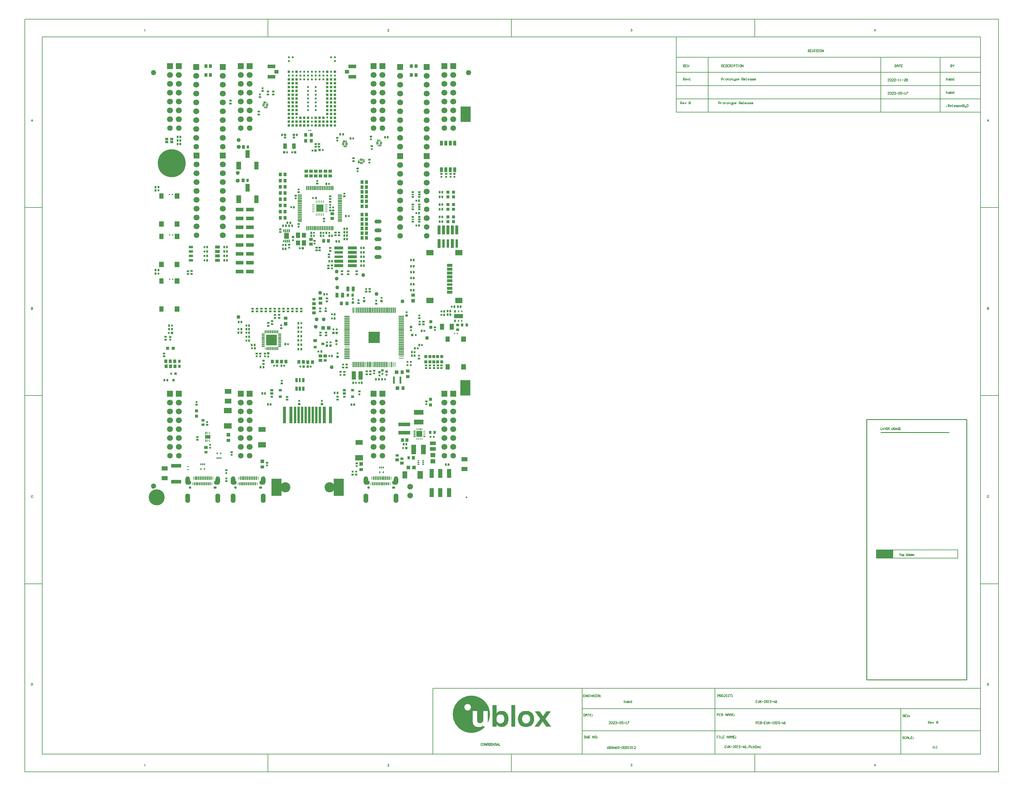
<source format=gts>
G04*
G04 #@! TF.GenerationSoftware,Altium Limited,Altium Designer,24.5.2 (23)*
G04*
G04 Layer_Color=8388736*
%FSLAX44Y44*%
%MOMM*%
G71*
G04*
G04 #@! TF.SameCoordinates,06A8B94F-9278-456E-AD24-3EE51E5687D5*
G04*
G04*
G04 #@! TF.FilePolarity,Negative*
G04*
G01*
G75*
%ADD11C,0.1270*%
%ADD18C,0.1500*%
%ADD19C,0.2000*%
%ADD24R,4.8260X2.4130*%
%ADD25C,0.2540*%
%ADD27R,1.2954X2.4892*%
%ADD28R,1.1500X1.4000*%
%ADD32R,0.2200X0.4500*%
%ADD33R,2.2000X1.0500*%
%ADD35R,3.0000X4.5000*%
%ADD36R,1.3000X1.5500*%
%ADD38R,1.2000X2.5000*%
%ADD39R,0.6000X1.1500*%
%ADD40R,0.8000X0.5500*%
%ADD41R,0.4500X0.3000*%
%ADD43R,0.6000X0.5500*%
%ADD44R,0.9000X0.8000*%
%ADD45R,1.2700X0.7600*%
%ADD46R,1.5000X1.1000*%
%ADD47R,0.2500X0.6500*%
%ADD52R,0.6600X0.4000*%
%ADD53R,1.2500X1.7500*%
%ADD54R,0.7500X0.9000*%
%ADD55R,0.5500X0.5200*%
%ADD56R,1.4500X0.2700*%
%ADD57R,0.2700X1.4500*%
%ADD58R,3.2100X3.2100*%
%ADD59R,1.2000X0.3000*%
%ADD60R,0.3000X1.2000*%
%ADD61R,3.1000X3.1000*%
%ADD63R,0.2600X0.7600*%
G04:AMPARAMS|DCode=64|XSize=0.6mm|YSize=0.24mm|CornerRadius=0.06mm|HoleSize=0mm|Usage=FLASHONLY|Rotation=270.000|XOffset=0mm|YOffset=0mm|HoleType=Round|Shape=RoundedRectangle|*
%AMROUNDEDRECTD64*
21,1,0.6000,0.1200,0,0,270.0*
21,1,0.4800,0.2400,0,0,270.0*
1,1,0.1200,-0.0600,-0.2400*
1,1,0.1200,-0.0600,0.2400*
1,1,0.1200,0.0600,0.2400*
1,1,0.1200,0.0600,-0.2400*
%
%ADD64ROUNDEDRECTD64*%
G04:AMPARAMS|DCode=65|XSize=0.6mm|YSize=0.24mm|CornerRadius=0.06mm|HoleSize=0mm|Usage=FLASHONLY|Rotation=180.000|XOffset=0mm|YOffset=0mm|HoleType=Round|Shape=RoundedRectangle|*
%AMROUNDEDRECTD65*
21,1,0.6000,0.1200,0,0,180.0*
21,1,0.4800,0.2400,0,0,180.0*
1,1,0.1200,-0.2400,0.0600*
1,1,0.1200,0.2400,0.0600*
1,1,0.1200,0.2400,-0.0600*
1,1,0.1200,-0.2400,-0.0600*
%
%ADD65ROUNDEDRECTD65*%
G04:AMPARAMS|DCode=66|XSize=1.68mm|YSize=1.68mm|CornerRadius=0.084mm|HoleSize=0mm|Usage=FLASHONLY|Rotation=0.000|XOffset=0mm|YOffset=0mm|HoleType=Round|Shape=RoundedRectangle|*
%AMROUNDEDRECTD66*
21,1,1.6800,1.5120,0,0,0.0*
21,1,1.5120,1.6800,0,0,0.0*
1,1,0.1680,0.7560,-0.7560*
1,1,0.1680,-0.7560,-0.7560*
1,1,0.1680,-0.7560,0.7560*
1,1,0.1680,0.7560,0.7560*
%
%ADD66ROUNDEDRECTD66*%
G04:AMPARAMS|DCode=67|XSize=0.7397mm|YSize=0.2425mm|CornerRadius=0.1212mm|HoleSize=0mm|Usage=FLASHONLY|Rotation=0.000|XOffset=0mm|YOffset=0mm|HoleType=Round|Shape=RoundedRectangle|*
%AMROUNDEDRECTD67*
21,1,0.7397,0.0000,0,0,0.0*
21,1,0.4972,0.2425,0,0,0.0*
1,1,0.2425,0.2486,0.0000*
1,1,0.2425,-0.2486,0.0000*
1,1,0.2425,-0.2486,0.0000*
1,1,0.2425,0.2486,0.0000*
%
%ADD67ROUNDEDRECTD67*%
G04:AMPARAMS|DCode=68|XSize=0.2425mm|YSize=0.7397mm|CornerRadius=0.1212mm|HoleSize=0mm|Usage=FLASHONLY|Rotation=0.000|XOffset=0mm|YOffset=0mm|HoleType=Round|Shape=RoundedRectangle|*
%AMROUNDEDRECTD68*
21,1,0.2425,0.4972,0,0,0.0*
21,1,0.0000,0.7397,0,0,0.0*
1,1,0.2425,0.0000,-0.2486*
1,1,0.2425,0.0000,-0.2486*
1,1,0.2425,0.0000,0.2486*
1,1,0.2425,0.0000,0.2486*
%
%ADD68ROUNDEDRECTD68*%
%ADD69R,0.7397X0.2425*%
%ADD70R,1.5000X0.8000*%
%ADD73R,0.6000X0.6000*%
%ADD75R,0.6000X0.6000*%
%ADD76R,0.6223X2.0066*%
%ADD77R,3.4000X0.9800*%
%ADD78R,1.8000X1.0000*%
%ADD79R,0.9000X0.7500*%
%ADD80R,1.0000X0.9500*%
%ADD82R,1.2700X2.2000*%
%ADD83R,0.7600X2.4000*%
%ADD84R,2.1000X1.4000*%
%ADD85R,3.0000X1.0000*%
%ADD86R,0.4500X0.6300*%
%ADD87R,2.6000X1.2200*%
%ADD88R,0.3000X0.7500*%
%ADD89R,1.4500X1.7500*%
%ADD90R,0.2700X0.9000*%
%ADD91R,0.2700X0.8000*%
%ADD92R,2.8000X1.4000*%
%ADD93R,0.9500X1.3500*%
%ADD94R,1.4500X1.1500*%
%ADD95R,1.0000X0.9500*%
%ADD96R,0.6200X0.6200*%
%ADD98R,3.0000X4.9000*%
%ADD100R,0.5200X0.5500*%
%ADD101R,0.6200X0.6200*%
%ADD104R,1.4000X2.1000*%
%ADD105R,2.4000X0.7600*%
%ADD106R,0.3000X0.3000*%
%ADD107R,0.9500X1.0000*%
%ADD108R,1.7500X1.2500*%
%ADD109R,0.9500X1.0000*%
%ADD110R,1.4000X2.8000*%
%ADD111R,0.4500X0.2200*%
%ADD115C,0.7500*%
%ADD116C,0.6096*%
%ADD117R,1.2500X1.5000*%
%ADD118R,1.1000X1.6500*%
%ADD119R,0.8000X0.3200*%
%ADD120R,0.7000X0.3200*%
%ADD121R,0.3200X0.5500*%
%ADD122R,1.1500X1.1000*%
%ADD123R,1.4000X1.6500*%
%ADD124R,1.4000X1.6000*%
%ADD125R,1.3000X2.6000*%
%ADD126R,0.7000X1.2500*%
%ADD127R,0.9000X0.6500*%
%ADD128R,0.5500X0.4000*%
%ADD129R,0.4000X0.5500*%
%ADD130R,0.7000X0.6500*%
%ADD131R,1.0000X0.9000*%
%ADD132R,1.3700X0.8600*%
%ADD133R,0.3500X0.7500*%
%ADD134R,0.4600X0.3500*%
%ADD135R,0.4500X0.4600*%
%ADD136R,0.9000X0.9000*%
%ADD137R,2.2900X1.1200*%
%ADD138R,0.7600X0.5000*%
%ADD139R,0.8500X1.0000*%
%ADD140R,0.6500X0.6200*%
%ADD141R,1.5500X0.3700*%
%ADD142R,0.3700X1.5500*%
%ADD143R,1.3000X0.4000*%
%ADD144R,0.4000X1.3000*%
%ADD145R,0.8600X0.3600*%
%ADD146R,0.3600X0.8600*%
G04:AMPARAMS|DCode=147|XSize=0.7mm|YSize=0.34mm|CornerRadius=0.11mm|HoleSize=0mm|Usage=FLASHONLY|Rotation=270.000|XOffset=0mm|YOffset=0mm|HoleType=Round|Shape=RoundedRectangle|*
%AMROUNDEDRECTD147*
21,1,0.7000,0.1200,0,0,270.0*
21,1,0.4800,0.3400,0,0,270.0*
1,1,0.2200,-0.0600,-0.2400*
1,1,0.2200,-0.0600,0.2400*
1,1,0.2200,0.0600,0.2400*
1,1,0.2200,0.0600,-0.2400*
%
%ADD147ROUNDEDRECTD147*%
G04:AMPARAMS|DCode=148|XSize=0.7mm|YSize=0.34mm|CornerRadius=0.11mm|HoleSize=0mm|Usage=FLASHONLY|Rotation=180.000|XOffset=0mm|YOffset=0mm|HoleType=Round|Shape=RoundedRectangle|*
%AMROUNDEDRECTD148*
21,1,0.7000,0.1200,0,0,180.0*
21,1,0.4800,0.3400,0,0,180.0*
1,1,0.2200,-0.2400,0.0600*
1,1,0.2200,0.2400,0.0600*
1,1,0.2200,0.2400,-0.0600*
1,1,0.2200,-0.2400,-0.0600*
%
%ADD148ROUNDEDRECTD148*%
%ADD149R,2.0500X2.0500*%
%ADD150R,1.6000X0.9000*%
%ADD151R,2.1000X1.5500*%
%ADD152R,0.9500X0.7500*%
%ADD153R,0.7000X0.7000*%
%ADD154C,0.7000*%
%ADD155R,1.0000X0.8500*%
%ADD156R,1.1000X1.0500*%
%ADD157R,0.6500X0.6000*%
%ADD158R,1.3700X2.3000*%
%ADD159R,0.8600X2.5000*%
%ADD160R,2.2000X1.5000*%
%ADD161C,1.1000*%
%ADD162R,0.5500X0.7300*%
%ADD163R,0.4000X0.8500*%
%ADD164R,0.3700X1.0000*%
%ADD165R,0.3700X0.9000*%
%ADD166R,1.1000X1.0500*%
%ADD167R,0.7000X0.7000*%
%ADD168R,0.7200X0.7200*%
%ADD169R,0.7100X4.7000*%
%ADD170R,0.9100X4.7000*%
%ADD171C,0.3000*%
%ADD172R,0.6200X0.6500*%
%ADD173R,0.7200X0.7200*%
%ADD174R,0.9000X0.9000*%
%ADD175R,0.4600X0.4500*%
%ADD176R,1.5000X2.2000*%
%ADD177R,2.5000X0.8600*%
%ADD178R,1.0500X1.1000*%
%ADD179R,1.0500X1.1000*%
%ADD180R,1.8500X1.3500*%
%ADD181R,0.5500X0.3200*%
%ADD182R,0.3200X0.7000*%
%ADD183R,0.3200X0.8000*%
%ADD184R,0.8600X1.3700*%
%ADD185C,1.6000*%
%ADD186C,1.7000*%
%ADD187R,1.7000X1.7000*%
%ADD188R,1.7000X1.7000*%
%ADD189C,1.6510*%
G04:AMPARAMS|DCode=190|XSize=2.4mm|YSize=1.3mm|CornerRadius=0.65mm|HoleSize=0mm|Usage=FLASHONLY|Rotation=90.000|XOffset=0mm|YOffset=0mm|HoleType=Round|Shape=RoundedRectangle|*
%AMROUNDEDRECTD190*
21,1,2.4000,0.0000,0,0,90.0*
21,1,1.1000,1.3000,0,0,90.0*
1,1,1.3000,0.0000,0.5500*
1,1,1.3000,0.0000,-0.5500*
1,1,1.3000,0.0000,-0.5500*
1,1,1.3000,0.0000,0.5500*
%
%ADD190ROUNDEDRECTD190*%
%ADD191O,0.9500X0.6000*%
G04:AMPARAMS|DCode=192|XSize=2.7mm|YSize=1.4mm|CornerRadius=0.7mm|HoleSize=0mm|Usage=FLASHONLY|Rotation=90.000|XOffset=0mm|YOffset=0mm|HoleType=Round|Shape=RoundedRectangle|*
%AMROUNDEDRECTD192*
21,1,2.7000,0.0000,0,0,90.0*
21,1,1.3000,1.4000,0,0,90.0*
1,1,1.4000,0.0000,0.6500*
1,1,1.4000,0.0000,-0.6500*
1,1,1.4000,0.0000,-0.6500*
1,1,1.4000,0.0000,0.6500*
%
%ADD192ROUNDEDRECTD192*%
G04:AMPARAMS|DCode=193|XSize=1.75mm|YSize=1.2mm|CornerRadius=0.6mm|HoleSize=0mm|Usage=FLASHONLY|Rotation=180.000|XOffset=0mm|YOffset=0mm|HoleType=Round|Shape=RoundedRectangle|*
%AMROUNDEDRECTD193*
21,1,1.7500,0.0000,0,0,180.0*
21,1,0.5500,1.2000,0,0,180.0*
1,1,1.2000,-0.2750,0.0000*
1,1,1.2000,0.2750,0.0000*
1,1,1.2000,0.2750,0.0000*
1,1,1.2000,-0.2750,0.0000*
%
%ADD193ROUNDEDRECTD193*%
%ADD194C,2.9000*%
%ADD195C,8.0000*%
%ADD196C,0.5000*%
%ADD197C,0.1000*%
%ADD198C,4.6000*%
%ADD199C,0.0920*%
G36*
X665532Y811498D02*
X657032D01*
Y822998D01*
X665532D01*
Y811498D01*
D02*
G37*
G36*
Y786098D02*
X657032D01*
Y797598D01*
X665532D01*
Y786098D01*
D02*
G37*
G36*
Y760698D02*
X657032D01*
Y772198D01*
X665532D01*
Y760698D01*
D02*
G37*
G36*
Y735298D02*
X657032D01*
Y746798D01*
X665532D01*
Y735298D01*
D02*
G37*
G36*
Y709898D02*
X657032D01*
Y721398D01*
X665532D01*
Y709898D01*
D02*
G37*
G36*
X1157245Y-588172D02*
X1156792D01*
Y-588626D01*
Y-589080D01*
X1156338D01*
Y-589533D01*
X1155885D01*
Y-589987D01*
X1155431D01*
Y-590440D01*
Y-590894D01*
X1154978D01*
Y-591347D01*
X1154524D01*
Y-591801D01*
Y-592254D01*
X1154071D01*
Y-592708D01*
X1153617D01*
Y-593162D01*
X1153164D01*
Y-593615D01*
Y-594069D01*
X1152710D01*
Y-594522D01*
X1152256D01*
Y-594976D01*
X1151803D01*
Y-595429D01*
Y-595883D01*
X1151349D01*
Y-596337D01*
X1150896D01*
Y-596790D01*
X1150442D01*
Y-597244D01*
Y-597697D01*
X1149989D01*
Y-598151D01*
X1149535D01*
Y-598604D01*
Y-599058D01*
X1149081D01*
Y-599511D01*
X1148628D01*
Y-599965D01*
X1148174D01*
Y-600419D01*
Y-600872D01*
X1147721D01*
Y-601326D01*
X1147267D01*
Y-601779D01*
X1146814D01*
Y-602233D01*
Y-602686D01*
X1146360D01*
Y-603140D01*
X1145907D01*
Y-603593D01*
Y-604047D01*
X1145453D01*
Y-604501D01*
X1144999D01*
Y-604954D01*
X1144546D01*
Y-605408D01*
Y-605861D01*
X1144092D01*
Y-606315D01*
X1143639D01*
Y-606768D01*
X1143185D01*
Y-607222D01*
Y-607675D01*
X1142732D01*
Y-608129D01*
X1142278D01*
Y-608583D01*
X1141825D01*
Y-609036D01*
Y-609490D01*
Y-609943D01*
X1142278D01*
Y-610397D01*
Y-610850D01*
X1142732D01*
Y-611304D01*
X1143185D01*
Y-611758D01*
X1143639D01*
Y-612211D01*
Y-612665D01*
X1144092D01*
Y-613118D01*
X1144546D01*
Y-613572D01*
X1144999D01*
Y-614025D01*
Y-614479D01*
X1145453D01*
Y-614932D01*
X1145907D01*
Y-615386D01*
Y-615839D01*
X1146360D01*
Y-616293D01*
X1146814D01*
Y-616747D01*
X1147267D01*
Y-617200D01*
Y-617654D01*
X1147721D01*
Y-618107D01*
X1148174D01*
Y-618561D01*
X1148628D01*
Y-619014D01*
Y-619468D01*
X1149081D01*
Y-619921D01*
X1149535D01*
Y-620375D01*
X1149989D01*
Y-620829D01*
Y-621282D01*
X1150442D01*
Y-621736D01*
X1150896D01*
Y-622189D01*
X1151349D01*
Y-622643D01*
Y-623096D01*
X1151803D01*
Y-623550D01*
X1152256D01*
Y-624003D01*
X1152710D01*
Y-624457D01*
Y-624911D01*
X1153164D01*
Y-625364D01*
X1153617D01*
Y-625818D01*
X1154071D01*
Y-626271D01*
Y-626725D01*
X1154524D01*
Y-627178D01*
X1154978D01*
Y-627632D01*
Y-628086D01*
X1155431D01*
Y-628539D01*
X1155885D01*
Y-628993D01*
X1156338D01*
Y-629446D01*
Y-629900D01*
X1156792D01*
Y-630353D01*
X1157245D01*
Y-630807D01*
X1157699D01*
Y-631260D01*
X1158153D01*
Y-631714D01*
X1143639D01*
Y-631260D01*
Y-630807D01*
X1143185D01*
Y-630353D01*
X1142732D01*
Y-629900D01*
X1142278D01*
Y-629446D01*
Y-628993D01*
X1141825D01*
Y-628539D01*
X1141371D01*
Y-628086D01*
X1140918D01*
Y-627632D01*
Y-627178D01*
X1140464D01*
Y-626725D01*
X1140010D01*
Y-626271D01*
Y-625818D01*
X1139557D01*
Y-625364D01*
X1139103D01*
Y-624911D01*
X1138650D01*
Y-624457D01*
Y-624003D01*
X1138196D01*
Y-623550D01*
X1137743D01*
Y-623096D01*
X1137289D01*
Y-622643D01*
Y-622189D01*
X1136835D01*
Y-621736D01*
X1136382D01*
Y-621282D01*
Y-620829D01*
X1135928D01*
Y-620375D01*
X1135475D01*
Y-619921D01*
X1135021D01*
Y-619468D01*
Y-619014D01*
X1134568D01*
Y-618561D01*
X1134114D01*
Y-618107D01*
X1133661D01*
Y-617654D01*
X1133207D01*
Y-618107D01*
Y-618561D01*
X1132754D01*
Y-619014D01*
X1132300D01*
Y-619468D01*
X1131846D01*
Y-619921D01*
Y-620375D01*
X1131393D01*
Y-620829D01*
X1130939D01*
Y-621282D01*
Y-621736D01*
X1130486D01*
Y-622189D01*
X1130032D01*
Y-622643D01*
X1129579D01*
Y-623096D01*
Y-623550D01*
X1129125D01*
Y-624003D01*
X1128671D01*
Y-624457D01*
Y-624911D01*
X1128218D01*
Y-625364D01*
X1127764D01*
Y-625818D01*
X1127311D01*
Y-626271D01*
Y-626725D01*
X1126857D01*
Y-627178D01*
X1126404D01*
Y-627632D01*
Y-628086D01*
X1125950D01*
Y-628539D01*
X1125497D01*
Y-628993D01*
X1125043D01*
Y-629446D01*
Y-629900D01*
X1124589D01*
Y-630353D01*
X1124136D01*
Y-630807D01*
Y-631260D01*
X1123682D01*
Y-631714D01*
X1110529D01*
Y-631260D01*
X1110983D01*
Y-630807D01*
X1111436D01*
Y-630353D01*
Y-629900D01*
X1111890D01*
Y-629446D01*
X1112344D01*
Y-628993D01*
X1112797D01*
Y-628539D01*
Y-628086D01*
X1113251D01*
Y-627632D01*
X1113704D01*
Y-627178D01*
Y-626725D01*
X1114158D01*
Y-626271D01*
X1114611D01*
Y-625818D01*
X1115065D01*
Y-625364D01*
X1115518D01*
Y-624911D01*
Y-624457D01*
X1115972D01*
Y-624003D01*
X1116425D01*
Y-623550D01*
Y-623096D01*
X1116879D01*
Y-622643D01*
X1117333D01*
Y-622189D01*
X1117786D01*
Y-621736D01*
Y-621282D01*
X1118240D01*
Y-620829D01*
X1118693D01*
Y-620375D01*
X1119147D01*
Y-619921D01*
Y-619468D01*
X1119600D01*
Y-619014D01*
X1120054D01*
Y-618561D01*
X1120508D01*
Y-618107D01*
Y-617654D01*
X1120961D01*
Y-617200D01*
X1121415D01*
Y-616747D01*
X1121868D01*
Y-616293D01*
Y-615839D01*
X1122322D01*
Y-615386D01*
X1122775D01*
Y-614932D01*
X1123229D01*
Y-614479D01*
Y-614025D01*
X1123682D01*
Y-613572D01*
X1124136D01*
Y-613118D01*
X1124589D01*
Y-612665D01*
Y-612211D01*
X1125043D01*
Y-611758D01*
X1125497D01*
Y-611304D01*
Y-610850D01*
X1125950D01*
Y-610397D01*
X1126404D01*
Y-609943D01*
X1126857D01*
Y-609490D01*
Y-609036D01*
X1126404D01*
Y-608583D01*
X1125950D01*
Y-608129D01*
X1125497D01*
Y-607675D01*
Y-607222D01*
X1125043D01*
Y-606768D01*
X1124589D01*
Y-606315D01*
X1124136D01*
Y-605861D01*
Y-605408D01*
X1123682D01*
Y-604954D01*
X1123229D01*
Y-604501D01*
Y-604047D01*
X1122775D01*
Y-603593D01*
X1122322D01*
Y-603140D01*
X1121868D01*
Y-602686D01*
Y-602233D01*
X1121415D01*
Y-601779D01*
X1120961D01*
Y-601326D01*
X1120508D01*
Y-600872D01*
Y-600419D01*
X1120054D01*
Y-599965D01*
X1119600D01*
Y-599511D01*
Y-599058D01*
X1119147D01*
Y-598604D01*
X1118693D01*
Y-598151D01*
X1118240D01*
Y-597697D01*
Y-597244D01*
X1117786D01*
Y-596790D01*
X1117333D01*
Y-596337D01*
X1116879D01*
Y-595883D01*
Y-595429D01*
X1116425D01*
Y-594976D01*
X1115972D01*
Y-594522D01*
Y-594069D01*
X1115518D01*
Y-593615D01*
X1115065D01*
Y-593162D01*
X1114611D01*
Y-592708D01*
Y-592254D01*
X1114158D01*
Y-591801D01*
X1113704D01*
Y-591347D01*
X1113251D01*
Y-590894D01*
Y-590440D01*
X1112797D01*
Y-589987D01*
X1112344D01*
Y-589533D01*
Y-589080D01*
X1111890D01*
Y-588626D01*
X1111436D01*
Y-588172D01*
X1110983D01*
Y-587719D01*
X1125043D01*
Y-588172D01*
X1125497D01*
Y-588626D01*
X1125950D01*
Y-589080D01*
Y-589533D01*
X1126404D01*
Y-589987D01*
X1126857D01*
Y-590440D01*
X1127311D01*
Y-590894D01*
Y-591347D01*
X1127764D01*
Y-591801D01*
X1128218D01*
Y-592254D01*
Y-592708D01*
X1128671D01*
Y-593162D01*
X1129125D01*
Y-593615D01*
Y-594069D01*
X1129579D01*
Y-594522D01*
X1130032D01*
Y-594976D01*
X1130486D01*
Y-595429D01*
Y-595883D01*
X1130939D01*
Y-596337D01*
X1131393D01*
Y-596790D01*
Y-597244D01*
X1131846D01*
Y-597697D01*
X1132300D01*
Y-598151D01*
X1132754D01*
Y-598604D01*
Y-599058D01*
X1133207D01*
Y-599511D01*
X1133661D01*
Y-599965D01*
Y-600419D01*
X1134114D01*
Y-600872D01*
X1134568D01*
Y-601326D01*
X1135021D01*
Y-600872D01*
X1135475D01*
Y-600419D01*
Y-599965D01*
X1135928D01*
Y-599511D01*
X1136382D01*
Y-599058D01*
X1136835D01*
Y-598604D01*
Y-598151D01*
X1137289D01*
Y-597697D01*
X1137743D01*
Y-597244D01*
Y-596790D01*
X1138196D01*
Y-596337D01*
X1138650D01*
Y-595883D01*
X1139103D01*
Y-595429D01*
Y-594976D01*
X1139557D01*
Y-594522D01*
X1140010D01*
Y-594069D01*
Y-593615D01*
X1140464D01*
Y-593162D01*
X1140918D01*
Y-592708D01*
X1141371D01*
Y-592254D01*
Y-591801D01*
X1141825D01*
Y-591347D01*
X1142278D01*
Y-590894D01*
Y-590440D01*
X1142732D01*
Y-589987D01*
X1143185D01*
Y-589533D01*
X1143639D01*
Y-589080D01*
Y-588626D01*
X1144092D01*
Y-588172D01*
X1144546D01*
Y-587719D01*
X1157245D01*
Y-588172D01*
D02*
G37*
G36*
X931375Y-543270D02*
X935910D01*
Y-543724D01*
X938632D01*
Y-544178D01*
X940899D01*
Y-544631D01*
X942713D01*
Y-545085D01*
X944528D01*
Y-545538D01*
X945888D01*
Y-545992D01*
X947249D01*
Y-546445D01*
X948610D01*
Y-546899D01*
X949517D01*
Y-547352D01*
X950878D01*
Y-547806D01*
X951785D01*
Y-548260D01*
X952692D01*
Y-548713D01*
X953599D01*
Y-549167D01*
X954506D01*
Y-549620D01*
X955413D01*
Y-550074D01*
X955867D01*
Y-550527D01*
X956774D01*
Y-550981D01*
X957681D01*
Y-551435D01*
X958135D01*
Y-551888D01*
X959042D01*
Y-552342D01*
X959495D01*
Y-552795D01*
X960402D01*
Y-553249D01*
X960856D01*
Y-553702D01*
X961309D01*
Y-554156D01*
X962216D01*
Y-554609D01*
X962670D01*
Y-555063D01*
X963123D01*
Y-555517D01*
X963577D01*
Y-555970D01*
X964484D01*
Y-556424D01*
X964938D01*
Y-556877D01*
X965391D01*
Y-557331D01*
X965845D01*
Y-557784D01*
X966298D01*
Y-558238D01*
X966752D01*
Y-558691D01*
X967206D01*
Y-559145D01*
X967659D01*
Y-559599D01*
X968113D01*
Y-560052D01*
X968566D01*
Y-560506D01*
X969020D01*
Y-560959D01*
X969473D01*
Y-561413D01*
Y-561866D01*
X969927D01*
Y-562320D01*
X970380D01*
Y-562773D01*
X970834D01*
Y-563227D01*
X971288D01*
Y-563680D01*
Y-564134D01*
X971741D01*
Y-564588D01*
X972195D01*
Y-565041D01*
X972648D01*
Y-565495D01*
Y-565948D01*
X973102D01*
Y-566402D01*
X973555D01*
Y-566855D01*
Y-567309D01*
X974009D01*
Y-567762D01*
X974463D01*
Y-568216D01*
Y-568670D01*
X974916D01*
Y-569123D01*
X975370D01*
Y-569577D01*
Y-570030D01*
X975823D01*
Y-570484D01*
Y-570937D01*
X976277D01*
Y-571391D01*
Y-571844D01*
X976730D01*
Y-572298D01*
Y-572752D01*
X977184D01*
Y-573205D01*
Y-573659D01*
X977637D01*
Y-574112D01*
Y-574566D01*
X978091D01*
Y-575019D01*
Y-575473D01*
X978544D01*
Y-575927D01*
Y-576380D01*
Y-576834D01*
X978998D01*
Y-577287D01*
Y-577741D01*
X979452D01*
Y-578194D01*
Y-578648D01*
Y-579101D01*
X979905D01*
Y-579555D01*
Y-580009D01*
Y-580462D01*
X980359D01*
Y-580916D01*
Y-581369D01*
Y-581823D01*
Y-582276D01*
X980812D01*
Y-582730D01*
Y-583183D01*
Y-583637D01*
Y-584090D01*
X981266D01*
Y-584544D01*
Y-584998D01*
Y-585451D01*
Y-585905D01*
X981719D01*
Y-586358D01*
Y-586812D01*
Y-587265D01*
Y-587719D01*
Y-588172D01*
Y-588626D01*
Y-589080D01*
X982173D01*
Y-589533D01*
Y-589987D01*
Y-590440D01*
Y-590894D01*
Y-591347D01*
Y-591801D01*
Y-592254D01*
Y-592708D01*
Y-593162D01*
Y-593615D01*
Y-594069D01*
X982626D01*
Y-594522D01*
Y-594976D01*
Y-595429D01*
Y-595883D01*
Y-596337D01*
Y-596790D01*
Y-597244D01*
Y-597697D01*
Y-598151D01*
Y-598604D01*
X982173D01*
Y-599058D01*
Y-599511D01*
Y-599965D01*
Y-600419D01*
Y-600872D01*
Y-601326D01*
Y-601779D01*
Y-602233D01*
Y-602686D01*
Y-603140D01*
Y-603593D01*
X981719D01*
Y-604047D01*
Y-604501D01*
Y-604954D01*
Y-605408D01*
Y-605861D01*
Y-606315D01*
X981266D01*
Y-606768D01*
Y-607222D01*
Y-607675D01*
Y-608129D01*
Y-608583D01*
X980812D01*
Y-609036D01*
Y-609490D01*
Y-609943D01*
Y-610397D01*
X980359D01*
Y-610850D01*
Y-611304D01*
Y-611758D01*
Y-612211D01*
X979905D01*
Y-612665D01*
Y-613118D01*
Y-613572D01*
X979452D01*
Y-614025D01*
Y-614479D01*
X978998D01*
Y-614932D01*
Y-615386D01*
Y-615839D01*
X978544D01*
Y-616293D01*
Y-616747D01*
X978091D01*
Y-617200D01*
Y-617654D01*
Y-618107D01*
X977637D01*
Y-618561D01*
Y-619014D01*
X977184D01*
Y-619468D01*
Y-619921D01*
X976730D01*
Y-620375D01*
Y-620829D01*
X976277D01*
Y-621282D01*
Y-621736D01*
X975823D01*
Y-621282D01*
Y-620829D01*
Y-620375D01*
Y-619921D01*
Y-619468D01*
Y-619014D01*
Y-618561D01*
Y-618107D01*
Y-617654D01*
Y-617200D01*
Y-616747D01*
Y-616293D01*
Y-615839D01*
Y-615386D01*
Y-614932D01*
Y-614479D01*
Y-614025D01*
Y-613572D01*
Y-613118D01*
Y-612665D01*
Y-612211D01*
Y-611758D01*
Y-611304D01*
Y-610850D01*
Y-610397D01*
Y-609943D01*
Y-609490D01*
Y-609036D01*
Y-608583D01*
Y-608129D01*
Y-607675D01*
Y-607222D01*
Y-606768D01*
Y-606315D01*
Y-605861D01*
Y-605408D01*
Y-604954D01*
Y-604501D01*
Y-604047D01*
Y-603593D01*
Y-603140D01*
Y-602686D01*
Y-602233D01*
Y-601779D01*
Y-601326D01*
Y-600872D01*
Y-600419D01*
Y-599965D01*
Y-599511D01*
Y-599058D01*
Y-598604D01*
Y-598151D01*
Y-597697D01*
Y-597244D01*
Y-596790D01*
Y-596337D01*
Y-595883D01*
Y-595429D01*
Y-594976D01*
Y-594522D01*
Y-594069D01*
Y-593615D01*
Y-593162D01*
Y-592708D01*
Y-592254D01*
Y-591801D01*
Y-591347D01*
Y-590894D01*
Y-590440D01*
Y-589987D01*
Y-589533D01*
Y-589080D01*
Y-588626D01*
Y-588172D01*
Y-587719D01*
Y-587265D01*
X963123D01*
Y-587719D01*
Y-588172D01*
Y-588626D01*
Y-589080D01*
Y-589533D01*
Y-589987D01*
Y-590440D01*
Y-590894D01*
Y-591347D01*
Y-591801D01*
Y-592254D01*
Y-592708D01*
Y-593162D01*
Y-593615D01*
Y-594069D01*
Y-594522D01*
Y-594976D01*
Y-595429D01*
Y-595883D01*
Y-596337D01*
Y-596790D01*
Y-597244D01*
Y-597697D01*
Y-598151D01*
Y-598604D01*
Y-599058D01*
Y-599511D01*
Y-599965D01*
Y-600419D01*
Y-600872D01*
Y-601326D01*
Y-601779D01*
Y-602233D01*
Y-602686D01*
Y-603140D01*
Y-603593D01*
Y-604047D01*
Y-604501D01*
Y-604954D01*
Y-605408D01*
Y-605861D01*
Y-606315D01*
Y-606768D01*
Y-607222D01*
Y-607675D01*
Y-608129D01*
Y-608583D01*
Y-609036D01*
Y-609490D01*
Y-609943D01*
Y-610397D01*
Y-610850D01*
Y-611304D01*
Y-611758D01*
Y-612211D01*
Y-612665D01*
Y-613118D01*
Y-613572D01*
Y-614025D01*
Y-614479D01*
Y-614932D01*
X962670D01*
Y-615386D01*
Y-615839D01*
Y-616293D01*
Y-616747D01*
X962216D01*
Y-617200D01*
Y-617654D01*
X961763D01*
Y-618107D01*
Y-618561D01*
X961309D01*
Y-619014D01*
X960856D01*
Y-619468D01*
X960402D01*
Y-619921D01*
X959949D01*
Y-620375D01*
X959495D01*
Y-620829D01*
X958588D01*
Y-621282D01*
X957227D01*
Y-621736D01*
X950878D01*
Y-621282D01*
X949517D01*
Y-620829D01*
X948610D01*
Y-620375D01*
X948156D01*
Y-619921D01*
X947703D01*
Y-619468D01*
X947249D01*
Y-619014D01*
Y-618561D01*
X946796D01*
Y-618107D01*
Y-617654D01*
X946342D01*
Y-617200D01*
Y-616747D01*
Y-616293D01*
Y-615839D01*
X945888D01*
Y-615386D01*
Y-614932D01*
Y-614479D01*
Y-614025D01*
Y-613572D01*
Y-613118D01*
Y-612665D01*
Y-612211D01*
Y-611758D01*
Y-611304D01*
Y-610850D01*
Y-610397D01*
Y-609943D01*
Y-609490D01*
Y-609036D01*
Y-608583D01*
Y-608129D01*
Y-607675D01*
Y-607222D01*
Y-606768D01*
Y-606315D01*
Y-605861D01*
Y-605408D01*
Y-604954D01*
Y-604501D01*
Y-604047D01*
Y-603593D01*
Y-603140D01*
Y-602686D01*
Y-602233D01*
Y-601779D01*
Y-601326D01*
Y-600872D01*
Y-600419D01*
Y-599965D01*
Y-599511D01*
Y-599058D01*
Y-598604D01*
Y-598151D01*
Y-597697D01*
Y-597244D01*
Y-596790D01*
Y-596337D01*
Y-595883D01*
Y-595429D01*
Y-594976D01*
Y-594522D01*
Y-594069D01*
Y-593615D01*
Y-593162D01*
Y-592708D01*
Y-592254D01*
Y-591801D01*
Y-591347D01*
Y-590894D01*
Y-590440D01*
Y-589987D01*
Y-589533D01*
Y-589080D01*
Y-588626D01*
Y-588172D01*
Y-587719D01*
Y-587265D01*
X933189D01*
Y-587719D01*
Y-588172D01*
Y-588626D01*
Y-589080D01*
Y-589533D01*
Y-589987D01*
Y-590440D01*
Y-590894D01*
Y-591347D01*
Y-591801D01*
Y-592254D01*
Y-592708D01*
Y-593162D01*
Y-593615D01*
Y-594069D01*
Y-594522D01*
Y-594976D01*
Y-595429D01*
Y-595883D01*
Y-596337D01*
Y-596790D01*
Y-597244D01*
Y-597697D01*
Y-598151D01*
Y-598604D01*
Y-599058D01*
Y-599511D01*
Y-599965D01*
Y-600419D01*
Y-600872D01*
Y-601326D01*
Y-601779D01*
Y-602233D01*
Y-602686D01*
Y-603140D01*
Y-603593D01*
Y-604047D01*
Y-604501D01*
Y-604954D01*
Y-605408D01*
Y-605861D01*
Y-606315D01*
Y-606768D01*
Y-607222D01*
Y-607675D01*
Y-608129D01*
Y-608583D01*
Y-609036D01*
Y-609490D01*
Y-609943D01*
Y-610397D01*
Y-610850D01*
Y-611304D01*
Y-611758D01*
Y-612211D01*
Y-612665D01*
Y-613118D01*
Y-613572D01*
Y-614025D01*
Y-614479D01*
Y-614932D01*
Y-615386D01*
Y-615839D01*
Y-616293D01*
Y-616747D01*
Y-617200D01*
Y-617654D01*
Y-618107D01*
Y-618561D01*
Y-619014D01*
Y-619468D01*
Y-619921D01*
Y-620375D01*
X933642D01*
Y-620829D01*
Y-621282D01*
Y-621736D01*
Y-622189D01*
X934096D01*
Y-622643D01*
Y-623096D01*
Y-623550D01*
X934549D01*
Y-624003D01*
Y-624457D01*
Y-624911D01*
X935003D01*
Y-625364D01*
Y-625818D01*
X935457D01*
Y-626271D01*
X935910D01*
Y-626725D01*
Y-627178D01*
X936364D01*
Y-627632D01*
X936817D01*
Y-628086D01*
X937271D01*
Y-628539D01*
X937724D01*
Y-628993D01*
X938178D01*
Y-629446D01*
X938632D01*
Y-629900D01*
X939539D01*
Y-630353D01*
X939992D01*
Y-630807D01*
X940899D01*
Y-631260D01*
X941806D01*
Y-631714D01*
X942713D01*
Y-632168D01*
X944074D01*
Y-632621D01*
X945888D01*
Y-633075D01*
X954960D01*
Y-632621D01*
X956774D01*
Y-632168D01*
X957681D01*
Y-631714D01*
X959042D01*
Y-631260D01*
X959495D01*
Y-630807D01*
X960402D01*
Y-630353D01*
X960856D01*
Y-629900D01*
X961309D01*
Y-629446D01*
X962216D01*
Y-628993D01*
X962670D01*
Y-628539D01*
X963123D01*
Y-628086D01*
Y-627632D01*
X963577D01*
Y-628086D01*
Y-628539D01*
Y-628993D01*
Y-629446D01*
Y-629900D01*
Y-630353D01*
Y-630807D01*
Y-631260D01*
Y-631714D01*
Y-632168D01*
X968566D01*
Y-632621D01*
X968113D01*
Y-633075D01*
X967659D01*
Y-633528D01*
X967206D01*
Y-633982D01*
X966752D01*
Y-634435D01*
X966298D01*
Y-634889D01*
X965845D01*
Y-635342D01*
X965391D01*
Y-635796D01*
X964938D01*
Y-636250D01*
X964031D01*
Y-636703D01*
X963577D01*
Y-637157D01*
X963123D01*
Y-637610D01*
X962670D01*
Y-638064D01*
X961763D01*
Y-638517D01*
X961309D01*
Y-638971D01*
X960856D01*
Y-639424D01*
X959949D01*
Y-639878D01*
X959495D01*
Y-640331D01*
X958588D01*
Y-640785D01*
X958135D01*
Y-641239D01*
X957227D01*
Y-641692D01*
X956774D01*
Y-642146D01*
X955867D01*
Y-642599D01*
X954960D01*
Y-643053D01*
X954052D01*
Y-643506D01*
X953599D01*
Y-643960D01*
X952692D01*
Y-644414D01*
X951331D01*
Y-644867D01*
X950424D01*
Y-645321D01*
X949517D01*
Y-645774D01*
X948156D01*
Y-646228D01*
X947249D01*
Y-646681D01*
X945888D01*
Y-647135D01*
X944074D01*
Y-647588D01*
X942713D01*
Y-648042D01*
X940899D01*
Y-648495D01*
X938178D01*
Y-648949D01*
X935003D01*
Y-649403D01*
X923211D01*
Y-648949D01*
X920036D01*
Y-648495D01*
X917768D01*
Y-648042D01*
X915954D01*
Y-647588D01*
X914139D01*
Y-647135D01*
X912779D01*
Y-646681D01*
X911418D01*
Y-646228D01*
X910058D01*
Y-645774D01*
X909150D01*
Y-645321D01*
X907790D01*
Y-644867D01*
X906883D01*
Y-644414D01*
X905975D01*
Y-643960D01*
X905068D01*
Y-643506D01*
X904161D01*
Y-643053D01*
X903254D01*
Y-642599D01*
X902347D01*
Y-642146D01*
X901893D01*
Y-641692D01*
X900986D01*
Y-641239D01*
X900079D01*
Y-640785D01*
X899626D01*
Y-640331D01*
X898719D01*
Y-639878D01*
X898265D01*
Y-639424D01*
X897812D01*
Y-638971D01*
X896904D01*
Y-638517D01*
X896451D01*
Y-638064D01*
X895997D01*
Y-637610D01*
X895090D01*
Y-637157D01*
X894637D01*
Y-636703D01*
X894183D01*
Y-636250D01*
X893729D01*
Y-635796D01*
X893276D01*
Y-635342D01*
X892822D01*
Y-634889D01*
X892369D01*
Y-634435D01*
X891915D01*
Y-633982D01*
X891462D01*
Y-633528D01*
X891008D01*
Y-633075D01*
X890555D01*
Y-632621D01*
X890101D01*
Y-632168D01*
X889648D01*
Y-631714D01*
X889194D01*
Y-631260D01*
X888740D01*
Y-630807D01*
X888287D01*
Y-630353D01*
X887833D01*
Y-629900D01*
Y-629446D01*
X887380D01*
Y-628993D01*
X886926D01*
Y-628539D01*
X886473D01*
Y-628086D01*
X886019D01*
Y-627632D01*
Y-627178D01*
X885565D01*
Y-626725D01*
X885112D01*
Y-626271D01*
Y-625818D01*
X884658D01*
Y-625364D01*
X884205D01*
Y-624911D01*
Y-624457D01*
X883751D01*
Y-624003D01*
X883298D01*
Y-623550D01*
Y-623096D01*
X882844D01*
Y-622643D01*
Y-622189D01*
X882391D01*
Y-621736D01*
Y-621282D01*
X881937D01*
Y-620829D01*
Y-620375D01*
X881484D01*
Y-619921D01*
Y-619468D01*
X881030D01*
Y-619014D01*
Y-618561D01*
X880576D01*
Y-618107D01*
Y-617654D01*
X880123D01*
Y-617200D01*
Y-616747D01*
X879669D01*
Y-616293D01*
Y-615839D01*
Y-615386D01*
X879216D01*
Y-614932D01*
Y-614479D01*
Y-614025D01*
X878762D01*
Y-613572D01*
Y-613118D01*
X878309D01*
Y-612665D01*
Y-612211D01*
Y-611758D01*
Y-611304D01*
X877855D01*
Y-610850D01*
Y-610397D01*
Y-609943D01*
X877402D01*
Y-609490D01*
Y-609036D01*
Y-608583D01*
Y-608129D01*
X876948D01*
Y-607675D01*
Y-607222D01*
Y-606768D01*
Y-606315D01*
Y-605861D01*
X876494D01*
Y-605408D01*
Y-604954D01*
Y-604501D01*
Y-604047D01*
Y-603593D01*
Y-603140D01*
Y-602686D01*
X876041D01*
Y-602233D01*
Y-601779D01*
Y-601326D01*
Y-600872D01*
Y-600419D01*
Y-599965D01*
Y-599511D01*
Y-599058D01*
Y-598604D01*
Y-598151D01*
X875587D01*
Y-597697D01*
Y-597244D01*
Y-596790D01*
Y-596337D01*
Y-595883D01*
Y-595429D01*
Y-594976D01*
Y-594522D01*
Y-594069D01*
X876041D01*
Y-593615D01*
Y-593162D01*
Y-592708D01*
Y-592254D01*
Y-591801D01*
Y-591347D01*
Y-590894D01*
Y-590440D01*
Y-589987D01*
X876494D01*
Y-589533D01*
Y-589080D01*
Y-588626D01*
Y-588172D01*
Y-587719D01*
Y-587265D01*
Y-586812D01*
X876948D01*
Y-586358D01*
Y-585905D01*
Y-585451D01*
Y-584998D01*
Y-584544D01*
X877402D01*
Y-584090D01*
Y-583637D01*
Y-583183D01*
Y-582730D01*
X877855D01*
Y-582276D01*
Y-581823D01*
Y-581369D01*
Y-580916D01*
X878309D01*
Y-580462D01*
Y-580009D01*
Y-579555D01*
X878762D01*
Y-579101D01*
Y-578648D01*
Y-578194D01*
X879216D01*
Y-577741D01*
Y-577287D01*
X879669D01*
Y-576834D01*
Y-576380D01*
Y-575927D01*
X880123D01*
Y-575473D01*
Y-575019D01*
X880576D01*
Y-574566D01*
Y-574112D01*
Y-573659D01*
X881030D01*
Y-573205D01*
Y-572752D01*
X881484D01*
Y-572298D01*
Y-571844D01*
X881937D01*
Y-571391D01*
Y-570937D01*
X882391D01*
Y-570484D01*
X882844D01*
Y-570030D01*
Y-569577D01*
X883298D01*
Y-569123D01*
Y-568670D01*
X883751D01*
Y-568216D01*
X884205D01*
Y-567762D01*
Y-567309D01*
X884658D01*
Y-566855D01*
X885112D01*
Y-566402D01*
Y-565948D01*
X885565D01*
Y-565495D01*
X886019D01*
Y-565041D01*
Y-564588D01*
X886473D01*
Y-564134D01*
X886926D01*
Y-563680D01*
X887380D01*
Y-563227D01*
Y-562773D01*
X887833D01*
Y-562320D01*
X888287D01*
Y-561866D01*
X888740D01*
Y-561413D01*
X889194D01*
Y-560959D01*
X889648D01*
Y-560506D01*
X890101D01*
Y-560052D01*
X890555D01*
Y-559599D01*
Y-559145D01*
X891008D01*
Y-558691D01*
X891462D01*
Y-558238D01*
X891915D01*
Y-557784D01*
X892822D01*
Y-557331D01*
X893276D01*
Y-556877D01*
X893729D01*
Y-556424D01*
X894183D01*
Y-555970D01*
X894637D01*
Y-555517D01*
X895090D01*
Y-555063D01*
X895544D01*
Y-554609D01*
X896451D01*
Y-554156D01*
X896904D01*
Y-553702D01*
X897358D01*
Y-553249D01*
X898265D01*
Y-552795D01*
X898719D01*
Y-552342D01*
X899626D01*
Y-551888D01*
X900079D01*
Y-551435D01*
X900986D01*
Y-550981D01*
X901440D01*
Y-550527D01*
X902347D01*
Y-550074D01*
X903254D01*
Y-549620D01*
X903708D01*
Y-549167D01*
X905068D01*
Y-548713D01*
X905975D01*
Y-548260D01*
X906883D01*
Y-547806D01*
X907790D01*
Y-547352D01*
X908697D01*
Y-546899D01*
X910058D01*
Y-546445D01*
X910965D01*
Y-545992D01*
X912325D01*
Y-545538D01*
X913686D01*
Y-545085D01*
X915500D01*
Y-544631D01*
X917314D01*
Y-544178D01*
X919582D01*
Y-543724D01*
X922757D01*
Y-543270D01*
X927293D01*
Y-542817D01*
X931375D01*
Y-543270D01*
D02*
G37*
G36*
X1055195Y-570484D02*
Y-570937D01*
Y-571391D01*
Y-571844D01*
Y-572298D01*
Y-572752D01*
Y-573205D01*
Y-573659D01*
Y-574112D01*
Y-574566D01*
Y-575019D01*
Y-575473D01*
Y-575927D01*
Y-576380D01*
Y-576834D01*
Y-577287D01*
Y-577741D01*
Y-578194D01*
Y-578648D01*
Y-579101D01*
Y-579555D01*
Y-580009D01*
Y-580462D01*
Y-580916D01*
Y-581369D01*
Y-581823D01*
Y-582276D01*
Y-582730D01*
Y-583183D01*
Y-583637D01*
Y-584090D01*
Y-584544D01*
Y-584998D01*
Y-585451D01*
Y-585905D01*
Y-586358D01*
Y-586812D01*
Y-587265D01*
Y-587719D01*
Y-588172D01*
Y-588626D01*
Y-589080D01*
Y-589533D01*
Y-589987D01*
Y-590440D01*
Y-590894D01*
Y-591347D01*
Y-591801D01*
Y-592254D01*
Y-592708D01*
Y-593162D01*
Y-593615D01*
Y-594069D01*
Y-594522D01*
Y-594976D01*
Y-595429D01*
Y-595883D01*
Y-596337D01*
Y-596790D01*
Y-597244D01*
Y-597697D01*
Y-598151D01*
Y-598604D01*
Y-599058D01*
Y-599511D01*
Y-599965D01*
Y-600419D01*
Y-600872D01*
Y-601326D01*
Y-601779D01*
Y-602233D01*
Y-602686D01*
Y-603140D01*
Y-603593D01*
Y-604047D01*
Y-604501D01*
Y-604954D01*
Y-605408D01*
Y-605861D01*
Y-606315D01*
Y-606768D01*
Y-607222D01*
Y-607675D01*
Y-608129D01*
Y-608583D01*
Y-609036D01*
Y-609490D01*
Y-609943D01*
Y-610397D01*
Y-610850D01*
Y-611304D01*
Y-611758D01*
Y-612211D01*
Y-612665D01*
Y-613118D01*
Y-613572D01*
Y-614025D01*
Y-614479D01*
Y-614932D01*
Y-615386D01*
Y-615839D01*
Y-616293D01*
Y-616747D01*
Y-617200D01*
Y-617654D01*
Y-618107D01*
Y-618561D01*
Y-619014D01*
Y-619468D01*
Y-619921D01*
Y-620375D01*
Y-620829D01*
Y-621282D01*
Y-621736D01*
Y-622189D01*
Y-622643D01*
Y-623096D01*
Y-623550D01*
Y-624003D01*
Y-624457D01*
Y-624911D01*
Y-625364D01*
Y-625818D01*
Y-626271D01*
Y-626725D01*
Y-627178D01*
Y-627632D01*
Y-628086D01*
Y-628539D01*
Y-628993D01*
Y-629446D01*
Y-629900D01*
Y-630353D01*
Y-630807D01*
Y-631260D01*
Y-631714D01*
X1043857D01*
Y-631260D01*
Y-630807D01*
Y-630353D01*
Y-629900D01*
Y-629446D01*
Y-628993D01*
Y-628539D01*
Y-628086D01*
Y-627632D01*
Y-627178D01*
Y-626725D01*
Y-626271D01*
Y-625818D01*
Y-625364D01*
Y-624911D01*
Y-624457D01*
Y-624003D01*
Y-623550D01*
Y-623096D01*
Y-622643D01*
Y-622189D01*
Y-621736D01*
Y-621282D01*
Y-620829D01*
Y-620375D01*
Y-619921D01*
Y-619468D01*
Y-619014D01*
Y-618561D01*
Y-618107D01*
Y-617654D01*
Y-617200D01*
Y-616747D01*
Y-616293D01*
Y-615839D01*
Y-615386D01*
Y-614932D01*
Y-614479D01*
Y-614025D01*
Y-613572D01*
Y-613118D01*
Y-612665D01*
Y-612211D01*
Y-611758D01*
Y-611304D01*
Y-610850D01*
Y-610397D01*
Y-609943D01*
Y-609490D01*
Y-609036D01*
Y-608583D01*
Y-608129D01*
Y-607675D01*
Y-607222D01*
Y-606768D01*
Y-606315D01*
Y-605861D01*
Y-605408D01*
Y-604954D01*
Y-604501D01*
Y-604047D01*
Y-603593D01*
Y-603140D01*
Y-602686D01*
Y-602233D01*
Y-601779D01*
Y-601326D01*
Y-600872D01*
Y-600419D01*
Y-599965D01*
Y-599511D01*
Y-599058D01*
Y-598604D01*
Y-598151D01*
Y-597697D01*
Y-597244D01*
Y-596790D01*
Y-596337D01*
Y-595883D01*
Y-595429D01*
Y-594976D01*
Y-594522D01*
Y-594069D01*
Y-593615D01*
Y-593162D01*
Y-592708D01*
Y-592254D01*
Y-591801D01*
Y-591347D01*
Y-590894D01*
Y-590440D01*
Y-589987D01*
Y-589533D01*
Y-589080D01*
Y-588626D01*
Y-588172D01*
Y-587719D01*
Y-587265D01*
Y-586812D01*
Y-586358D01*
Y-585905D01*
Y-585451D01*
Y-584998D01*
Y-584544D01*
Y-584090D01*
Y-583637D01*
Y-583183D01*
Y-582730D01*
Y-582276D01*
Y-581823D01*
Y-581369D01*
Y-580916D01*
Y-580462D01*
Y-580009D01*
Y-579555D01*
Y-579101D01*
Y-578648D01*
Y-578194D01*
Y-577741D01*
Y-577287D01*
Y-576834D01*
Y-576380D01*
Y-575927D01*
Y-575473D01*
Y-575019D01*
Y-574566D01*
Y-574112D01*
Y-573659D01*
Y-573205D01*
Y-572752D01*
Y-572298D01*
Y-571844D01*
Y-571391D01*
Y-570937D01*
Y-570484D01*
Y-570030D01*
X1055195D01*
Y-570484D01*
D02*
G37*
G36*
X1091480Y-587265D02*
X1093748D01*
Y-587719D01*
X1095108D01*
Y-588172D01*
X1096469D01*
Y-588626D01*
X1097376D01*
Y-589080D01*
X1098283D01*
Y-589533D01*
X1099190D01*
Y-589987D01*
X1100098D01*
Y-590440D01*
X1100551D01*
Y-590894D01*
X1101458D01*
Y-591347D01*
X1101912D01*
Y-591801D01*
X1102365D01*
Y-592254D01*
X1102819D01*
Y-592708D01*
X1103272D01*
Y-593162D01*
X1103726D01*
Y-593615D01*
X1104180D01*
Y-594069D01*
X1104633D01*
Y-594522D01*
X1105087D01*
Y-594976D01*
Y-595429D01*
X1105540D01*
Y-595883D01*
X1105994D01*
Y-596337D01*
Y-596790D01*
X1106447D01*
Y-597244D01*
Y-597697D01*
X1106901D01*
Y-598151D01*
Y-598604D01*
X1107354D01*
Y-599058D01*
Y-599511D01*
X1107808D01*
Y-599965D01*
Y-600419D01*
Y-600872D01*
X1108261D01*
Y-601326D01*
Y-601779D01*
Y-602233D01*
Y-602686D01*
Y-603140D01*
X1108715D01*
Y-603593D01*
Y-604047D01*
Y-604501D01*
Y-604954D01*
Y-605408D01*
Y-605861D01*
Y-606315D01*
X1109169D01*
Y-606768D01*
Y-607222D01*
Y-607675D01*
Y-608129D01*
Y-608583D01*
Y-609036D01*
Y-609490D01*
Y-609943D01*
Y-610397D01*
Y-610850D01*
Y-611304D01*
Y-611758D01*
Y-612211D01*
Y-612665D01*
Y-613118D01*
X1108715D01*
Y-613572D01*
Y-614025D01*
Y-614479D01*
Y-614932D01*
Y-615386D01*
Y-615839D01*
Y-616293D01*
X1108261D01*
Y-616747D01*
Y-617200D01*
Y-617654D01*
Y-618107D01*
X1107808D01*
Y-618561D01*
Y-619014D01*
Y-619468D01*
X1107354D01*
Y-619921D01*
Y-620375D01*
Y-620829D01*
X1106901D01*
Y-621282D01*
Y-621736D01*
X1106447D01*
Y-622189D01*
Y-622643D01*
X1105994D01*
Y-623096D01*
Y-623550D01*
X1105540D01*
Y-624003D01*
X1105087D01*
Y-624457D01*
X1104633D01*
Y-624911D01*
Y-625364D01*
X1104180D01*
Y-625818D01*
X1103726D01*
Y-626271D01*
X1103272D01*
Y-626725D01*
X1102819D01*
Y-627178D01*
X1102365D01*
Y-627632D01*
X1101912D01*
Y-628086D01*
X1101005D01*
Y-628539D01*
X1100551D01*
Y-628993D01*
X1099644D01*
Y-629446D01*
X1099190D01*
Y-629900D01*
X1098283D01*
Y-630353D01*
X1097376D01*
Y-630807D01*
X1096015D01*
Y-631260D01*
X1094655D01*
Y-631714D01*
X1093294D01*
Y-632168D01*
X1091026D01*
Y-632621D01*
X1081502D01*
Y-632168D01*
X1078780D01*
Y-631714D01*
X1076966D01*
Y-631260D01*
X1076059D01*
Y-630807D01*
X1074698D01*
Y-630353D01*
X1073791D01*
Y-629900D01*
X1072884D01*
Y-629446D01*
X1072430D01*
Y-628993D01*
X1071523D01*
Y-628539D01*
X1071070D01*
Y-628086D01*
X1070163D01*
Y-627632D01*
X1069709D01*
Y-627178D01*
X1069256D01*
Y-626725D01*
X1068802D01*
Y-626271D01*
X1068348D01*
Y-625818D01*
X1067895D01*
Y-625364D01*
X1067441D01*
Y-624911D01*
Y-624457D01*
X1066988D01*
Y-624003D01*
X1066534D01*
Y-623550D01*
X1066081D01*
Y-623096D01*
Y-622643D01*
X1065627D01*
Y-622189D01*
Y-621736D01*
X1065174D01*
Y-621282D01*
Y-620829D01*
X1064720D01*
Y-620375D01*
Y-619921D01*
Y-619468D01*
X1064267D01*
Y-619014D01*
Y-618561D01*
Y-618107D01*
X1063813D01*
Y-617654D01*
Y-617200D01*
Y-616747D01*
Y-616293D01*
X1063359D01*
Y-615839D01*
Y-615386D01*
Y-614932D01*
Y-614479D01*
Y-614025D01*
Y-613572D01*
Y-613118D01*
Y-612665D01*
X1062906D01*
Y-612211D01*
Y-611758D01*
Y-611304D01*
Y-610850D01*
Y-610397D01*
Y-609943D01*
Y-609490D01*
Y-609036D01*
Y-608583D01*
Y-608129D01*
Y-607675D01*
Y-607222D01*
Y-606768D01*
X1063359D01*
Y-606315D01*
Y-605861D01*
Y-605408D01*
Y-604954D01*
Y-604501D01*
Y-604047D01*
Y-603593D01*
Y-603140D01*
X1063813D01*
Y-602686D01*
Y-602233D01*
Y-601779D01*
Y-601326D01*
X1064267D01*
Y-600872D01*
Y-600419D01*
Y-599965D01*
X1064720D01*
Y-599511D01*
Y-599058D01*
Y-598604D01*
X1065174D01*
Y-598151D01*
Y-597697D01*
X1065627D01*
Y-597244D01*
Y-596790D01*
X1066081D01*
Y-596337D01*
Y-595883D01*
X1066534D01*
Y-595429D01*
X1066988D01*
Y-594976D01*
Y-594522D01*
X1067441D01*
Y-594069D01*
X1067895D01*
Y-593615D01*
X1068348D01*
Y-593162D01*
X1068802D01*
Y-592708D01*
X1069256D01*
Y-592254D01*
X1069709D01*
Y-591801D01*
X1070163D01*
Y-591347D01*
X1070616D01*
Y-590894D01*
X1071523D01*
Y-590440D01*
X1071977D01*
Y-589987D01*
X1072884D01*
Y-589533D01*
X1073791D01*
Y-589080D01*
X1074698D01*
Y-588626D01*
X1075605D01*
Y-588172D01*
X1076966D01*
Y-587719D01*
X1078327D01*
Y-587265D01*
X1080595D01*
Y-586812D01*
X1091480D01*
Y-587265D01*
D02*
G37*
G36*
X1001676Y-570484D02*
Y-570937D01*
Y-571391D01*
Y-571844D01*
Y-572298D01*
Y-572752D01*
Y-573205D01*
Y-573659D01*
Y-574112D01*
Y-574566D01*
Y-575019D01*
Y-575473D01*
Y-575927D01*
Y-576380D01*
Y-576834D01*
Y-577287D01*
Y-577741D01*
Y-578194D01*
Y-578648D01*
Y-579101D01*
Y-579555D01*
Y-580009D01*
Y-580462D01*
Y-580916D01*
Y-581369D01*
Y-581823D01*
Y-582276D01*
Y-582730D01*
Y-583183D01*
Y-583637D01*
Y-584090D01*
Y-584544D01*
Y-584998D01*
Y-585451D01*
Y-585905D01*
Y-586358D01*
Y-586812D01*
Y-587265D01*
Y-587719D01*
Y-588172D01*
Y-588626D01*
Y-589080D01*
Y-589533D01*
Y-589987D01*
Y-590440D01*
Y-590894D01*
Y-591347D01*
Y-591801D01*
Y-592254D01*
Y-592708D01*
X1002583D01*
Y-592254D01*
X1003036D01*
Y-591801D01*
X1003490D01*
Y-591347D01*
X1003944D01*
Y-590894D01*
X1004397D01*
Y-590440D01*
X1004851D01*
Y-589987D01*
X1005304D01*
Y-589533D01*
X1006211D01*
Y-589080D01*
X1006665D01*
Y-588626D01*
X1007572D01*
Y-588172D01*
X1008479D01*
Y-587719D01*
X1009840D01*
Y-587265D01*
X1011654D01*
Y-586812D01*
X1020272D01*
Y-587265D01*
X1022086D01*
Y-587719D01*
X1023447D01*
Y-588172D01*
X1024807D01*
Y-588626D01*
X1025714D01*
Y-589080D01*
X1026168D01*
Y-589533D01*
X1027075D01*
Y-589987D01*
X1027529D01*
Y-590440D01*
X1028436D01*
Y-590894D01*
X1028889D01*
Y-591347D01*
X1029343D01*
Y-591801D01*
X1029796D01*
Y-592254D01*
X1030250D01*
Y-592708D01*
X1030703D01*
Y-593162D01*
Y-593615D01*
X1031157D01*
Y-594069D01*
X1031610D01*
Y-594522D01*
X1032064D01*
Y-594976D01*
Y-595429D01*
X1032518D01*
Y-595883D01*
Y-596337D01*
X1032971D01*
Y-596790D01*
Y-597244D01*
X1033425D01*
Y-597697D01*
Y-598151D01*
X1033878D01*
Y-598604D01*
Y-599058D01*
Y-599511D01*
X1034332D01*
Y-599965D01*
Y-600419D01*
Y-600872D01*
Y-601326D01*
X1034785D01*
Y-601779D01*
Y-602233D01*
Y-602686D01*
Y-603140D01*
Y-603593D01*
X1035239D01*
Y-604047D01*
Y-604501D01*
Y-604954D01*
Y-605408D01*
Y-605861D01*
Y-606315D01*
Y-606768D01*
Y-607222D01*
Y-607675D01*
X1035693D01*
Y-608129D01*
X1035239D01*
Y-608583D01*
Y-609036D01*
Y-609490D01*
Y-609943D01*
Y-610397D01*
Y-610850D01*
Y-611304D01*
Y-611758D01*
Y-612211D01*
Y-612665D01*
Y-613118D01*
Y-613572D01*
Y-614025D01*
Y-614479D01*
Y-614932D01*
Y-615386D01*
Y-615839D01*
X1034785D01*
Y-616293D01*
Y-616747D01*
Y-617200D01*
Y-617654D01*
Y-618107D01*
X1034332D01*
Y-618561D01*
Y-619014D01*
Y-619468D01*
X1033878D01*
Y-619921D01*
Y-620375D01*
Y-620829D01*
X1033425D01*
Y-621282D01*
Y-621736D01*
Y-622189D01*
X1032971D01*
Y-622643D01*
Y-623096D01*
X1032518D01*
Y-623550D01*
Y-624003D01*
X1032064D01*
Y-624457D01*
X1031610D01*
Y-624911D01*
Y-625364D01*
X1031157D01*
Y-625818D01*
X1030703D01*
Y-626271D01*
X1030250D01*
Y-626725D01*
X1029796D01*
Y-627178D01*
Y-627632D01*
X1028889D01*
Y-628086D01*
X1028436D01*
Y-628539D01*
X1027982D01*
Y-628993D01*
X1027529D01*
Y-629446D01*
X1026621D01*
Y-629900D01*
X1026168D01*
Y-630353D01*
X1025261D01*
Y-630807D01*
X1024354D01*
Y-631260D01*
X1023447D01*
Y-631714D01*
X1022086D01*
Y-632168D01*
X1019818D01*
Y-632621D01*
X1012108D01*
Y-632168D01*
X1009840D01*
Y-631714D01*
X1008933D01*
Y-631260D01*
X1007572D01*
Y-630807D01*
X1007119D01*
Y-630353D01*
X1006211D01*
Y-629900D01*
X1005758D01*
Y-629446D01*
X1004851D01*
Y-628993D01*
X1004397D01*
Y-628539D01*
X1003944D01*
Y-628086D01*
X1003490D01*
Y-627632D01*
X1003036D01*
Y-627178D01*
X1002583D01*
Y-626725D01*
X1002129D01*
Y-626271D01*
Y-625818D01*
X1001222D01*
Y-626271D01*
Y-626725D01*
Y-627178D01*
Y-627632D01*
Y-628086D01*
Y-628539D01*
Y-628993D01*
Y-629446D01*
Y-629900D01*
Y-630353D01*
Y-630807D01*
Y-631260D01*
Y-631714D01*
X989883D01*
Y-631260D01*
Y-630807D01*
Y-630353D01*
Y-629900D01*
Y-629446D01*
Y-628993D01*
Y-628539D01*
Y-628086D01*
Y-627632D01*
Y-627178D01*
Y-626725D01*
Y-626271D01*
Y-625818D01*
Y-625364D01*
Y-624911D01*
Y-624457D01*
Y-624003D01*
Y-623550D01*
Y-623096D01*
Y-622643D01*
Y-622189D01*
Y-621736D01*
Y-621282D01*
Y-620829D01*
Y-620375D01*
Y-619921D01*
Y-619468D01*
Y-619014D01*
Y-618561D01*
Y-618107D01*
Y-617654D01*
Y-617200D01*
Y-616747D01*
Y-616293D01*
Y-615839D01*
Y-615386D01*
Y-614932D01*
Y-614479D01*
Y-614025D01*
Y-613572D01*
Y-613118D01*
Y-612665D01*
Y-612211D01*
Y-611758D01*
Y-611304D01*
Y-610850D01*
Y-610397D01*
Y-609943D01*
Y-609490D01*
Y-609036D01*
Y-608583D01*
Y-608129D01*
Y-607675D01*
Y-607222D01*
Y-606768D01*
Y-606315D01*
Y-605861D01*
Y-605408D01*
Y-604954D01*
Y-604501D01*
Y-604047D01*
Y-603593D01*
Y-603140D01*
Y-602686D01*
Y-602233D01*
Y-601779D01*
Y-601326D01*
Y-600872D01*
Y-600419D01*
Y-599965D01*
Y-599511D01*
Y-599058D01*
Y-598604D01*
Y-598151D01*
Y-597697D01*
Y-597244D01*
Y-596790D01*
Y-596337D01*
Y-595883D01*
Y-595429D01*
Y-594976D01*
Y-594522D01*
Y-594069D01*
Y-593615D01*
Y-593162D01*
Y-592708D01*
Y-592254D01*
Y-591801D01*
Y-591347D01*
Y-590894D01*
Y-590440D01*
Y-589987D01*
Y-589533D01*
Y-589080D01*
Y-588626D01*
Y-588172D01*
Y-587719D01*
Y-587265D01*
Y-586812D01*
Y-586358D01*
Y-585905D01*
Y-585451D01*
Y-584998D01*
Y-584544D01*
Y-584090D01*
Y-583637D01*
Y-583183D01*
Y-582730D01*
Y-582276D01*
Y-581823D01*
Y-581369D01*
Y-580916D01*
Y-580462D01*
Y-580009D01*
Y-579555D01*
Y-579101D01*
Y-578648D01*
Y-578194D01*
Y-577741D01*
Y-577287D01*
Y-576834D01*
Y-576380D01*
Y-575927D01*
Y-575473D01*
Y-575019D01*
Y-574566D01*
Y-574112D01*
Y-573659D01*
Y-573205D01*
Y-572752D01*
Y-572298D01*
Y-571844D01*
Y-571391D01*
Y-570937D01*
Y-570484D01*
Y-570030D01*
X1001676D01*
Y-570484D01*
D02*
G37*
%LPC*%
G36*
X919582Y-566855D02*
X917314D01*
Y-567309D01*
X915500D01*
Y-567762D01*
X914593D01*
Y-568216D01*
X913686D01*
Y-568670D01*
X912779D01*
Y-569123D01*
X912325D01*
Y-569577D01*
X911872D01*
Y-570030D01*
X911418D01*
Y-570484D01*
X910965D01*
Y-570937D01*
Y-571391D01*
X910511D01*
Y-571844D01*
X910058D01*
Y-572298D01*
Y-572752D01*
X909604D01*
Y-573205D01*
Y-573659D01*
Y-574112D01*
Y-574566D01*
X909150D01*
Y-575019D01*
Y-575473D01*
Y-575927D01*
Y-576380D01*
Y-576834D01*
Y-577287D01*
Y-577741D01*
Y-578194D01*
X909604D01*
Y-578648D01*
Y-579101D01*
Y-579555D01*
X910058D01*
Y-580009D01*
Y-580462D01*
X910511D01*
Y-580916D01*
Y-581369D01*
X910965D01*
Y-581823D01*
X911418D01*
Y-582276D01*
X911872D01*
Y-582730D01*
X912325D01*
Y-583183D01*
X912779D01*
Y-583637D01*
X913232D01*
Y-584090D01*
X914139D01*
Y-584544D01*
X915047D01*
Y-584998D01*
X916407D01*
Y-585451D01*
X920489D01*
Y-584998D01*
X921850D01*
Y-584544D01*
X922757D01*
Y-584090D01*
X923664D01*
Y-583637D01*
X924118D01*
Y-583183D01*
X924571D01*
Y-582730D01*
X925478D01*
Y-582276D01*
Y-581823D01*
X925932D01*
Y-581369D01*
X926385D01*
Y-580916D01*
Y-580462D01*
X926839D01*
Y-580009D01*
Y-579555D01*
X927293D01*
Y-579101D01*
Y-578648D01*
Y-578194D01*
X927746D01*
Y-577741D01*
Y-577287D01*
Y-576834D01*
Y-576380D01*
Y-575927D01*
Y-575473D01*
Y-575019D01*
Y-574566D01*
X927293D01*
Y-574112D01*
Y-573659D01*
Y-573205D01*
Y-572752D01*
X926839D01*
Y-572298D01*
Y-571844D01*
X926385D01*
Y-571391D01*
Y-570937D01*
X925932D01*
Y-570484D01*
X925478D01*
Y-570030D01*
X925025D01*
Y-569577D01*
X924571D01*
Y-569123D01*
X924118D01*
Y-568670D01*
X923211D01*
Y-568216D01*
X922757D01*
Y-567762D01*
X921396D01*
Y-567309D01*
X919582D01*
Y-566855D01*
D02*
G37*
G36*
X1088305Y-596790D02*
X1083769D01*
Y-597244D01*
X1081955D01*
Y-597697D01*
X1080595D01*
Y-598151D01*
X1079688D01*
Y-598604D01*
X1079234D01*
Y-599058D01*
X1078780D01*
Y-599511D01*
X1078327D01*
Y-599965D01*
X1077873D01*
Y-600419D01*
X1077420D01*
Y-600872D01*
X1076966D01*
Y-601326D01*
X1076513D01*
Y-601779D01*
Y-602233D01*
X1076059D01*
Y-602686D01*
Y-603140D01*
X1075605D01*
Y-603593D01*
Y-604047D01*
Y-604501D01*
X1075152D01*
Y-604954D01*
Y-605408D01*
Y-605861D01*
Y-606315D01*
Y-606768D01*
Y-607222D01*
Y-607675D01*
X1074698D01*
Y-608129D01*
Y-608583D01*
Y-609036D01*
Y-609490D01*
Y-609943D01*
Y-610397D01*
Y-610850D01*
Y-611304D01*
X1075152D01*
Y-611758D01*
Y-612211D01*
Y-612665D01*
Y-613118D01*
Y-613572D01*
Y-614025D01*
Y-614479D01*
X1075605D01*
Y-614932D01*
Y-615386D01*
Y-615839D01*
X1076059D01*
Y-616293D01*
Y-616747D01*
Y-617200D01*
X1076513D01*
Y-617654D01*
X1076966D01*
Y-618107D01*
Y-618561D01*
X1077420D01*
Y-619014D01*
X1077873D01*
Y-619468D01*
X1078327D01*
Y-619921D01*
X1078780D01*
Y-620375D01*
X1079234D01*
Y-620829D01*
X1080141D01*
Y-621282D01*
X1081048D01*
Y-621736D01*
X1082409D01*
Y-622189D01*
X1084677D01*
Y-622643D01*
X1087398D01*
Y-622189D01*
X1089666D01*
Y-621736D01*
X1091026D01*
Y-621282D01*
X1091934D01*
Y-620829D01*
X1092841D01*
Y-620375D01*
X1093294D01*
Y-619921D01*
X1093748D01*
Y-619468D01*
X1094201D01*
Y-619014D01*
X1094655D01*
Y-618561D01*
X1095108D01*
Y-618107D01*
Y-617654D01*
X1095562D01*
Y-617200D01*
X1096015D01*
Y-616747D01*
Y-616293D01*
Y-615839D01*
X1096469D01*
Y-615386D01*
Y-614932D01*
Y-614479D01*
X1096923D01*
Y-614025D01*
Y-613572D01*
Y-613118D01*
Y-612665D01*
Y-612211D01*
X1097376D01*
Y-611758D01*
Y-611304D01*
Y-610850D01*
Y-610397D01*
Y-609943D01*
Y-609490D01*
Y-609036D01*
Y-608583D01*
Y-608129D01*
Y-607675D01*
Y-607222D01*
X1096923D01*
Y-606768D01*
Y-606315D01*
Y-605861D01*
Y-605408D01*
Y-604954D01*
Y-604501D01*
X1096469D01*
Y-604047D01*
Y-603593D01*
Y-603140D01*
X1096015D01*
Y-602686D01*
Y-602233D01*
X1095562D01*
Y-601779D01*
Y-601326D01*
X1095108D01*
Y-600872D01*
X1094655D01*
Y-600419D01*
X1094201D01*
Y-599965D01*
X1093748D01*
Y-599511D01*
X1093294D01*
Y-599058D01*
X1092841D01*
Y-598604D01*
X1091934D01*
Y-598151D01*
X1091480D01*
Y-597697D01*
X1090119D01*
Y-597244D01*
X1088305D01*
Y-596790D01*
D02*
G37*
G36*
X1014375D02*
X1010293D01*
Y-597244D01*
X1008479D01*
Y-597697D01*
X1007119D01*
Y-598151D01*
X1006211D01*
Y-598604D01*
X1005758D01*
Y-599058D01*
X1004851D01*
Y-599511D01*
X1004397D01*
Y-599965D01*
X1003944D01*
Y-600419D01*
Y-600872D01*
X1003490D01*
Y-601326D01*
X1003036D01*
Y-601779D01*
Y-602233D01*
X1002583D01*
Y-602686D01*
Y-603140D01*
X1002129D01*
Y-603593D01*
Y-604047D01*
Y-604501D01*
X1001676D01*
Y-604954D01*
Y-605408D01*
Y-605861D01*
Y-606315D01*
Y-606768D01*
X1001222D01*
Y-607222D01*
Y-607675D01*
Y-608129D01*
Y-608583D01*
Y-609036D01*
Y-609490D01*
Y-609943D01*
Y-610397D01*
Y-610850D01*
Y-611304D01*
Y-611758D01*
Y-612211D01*
Y-612665D01*
X1001676D01*
Y-613118D01*
Y-613572D01*
Y-614025D01*
Y-614479D01*
Y-614932D01*
X1002129D01*
Y-615386D01*
Y-615839D01*
Y-616293D01*
X1002583D01*
Y-616747D01*
Y-617200D01*
X1003036D01*
Y-617654D01*
Y-618107D01*
X1003490D01*
Y-618561D01*
X1003944D01*
Y-619014D01*
X1004397D01*
Y-619468D01*
X1004851D01*
Y-619921D01*
X1005304D01*
Y-620375D01*
X1005758D01*
Y-620829D01*
X1006665D01*
Y-621282D01*
X1007572D01*
Y-621736D01*
X1008479D01*
Y-622189D01*
X1010747D01*
Y-622643D01*
X1013922D01*
Y-622189D01*
X1016190D01*
Y-621736D01*
X1017550D01*
Y-621282D01*
X1018457D01*
Y-620829D01*
X1018911D01*
Y-620375D01*
X1019818D01*
Y-619921D01*
X1020272D01*
Y-619468D01*
X1020725D01*
Y-619014D01*
X1021179D01*
Y-618561D01*
Y-618107D01*
X1021632D01*
Y-617654D01*
X1022086D01*
Y-617200D01*
Y-616747D01*
X1022539D01*
Y-616293D01*
Y-615839D01*
Y-615386D01*
X1022993D01*
Y-614932D01*
Y-614479D01*
Y-614025D01*
Y-613572D01*
X1023447D01*
Y-613118D01*
Y-612665D01*
Y-612211D01*
Y-611758D01*
Y-611304D01*
Y-610850D01*
Y-610397D01*
Y-609943D01*
Y-609490D01*
Y-609036D01*
Y-608583D01*
Y-608129D01*
Y-607675D01*
Y-607222D01*
Y-606768D01*
Y-606315D01*
Y-605861D01*
Y-605408D01*
X1022993D01*
Y-604954D01*
Y-604501D01*
Y-604047D01*
Y-603593D01*
X1022539D01*
Y-603140D01*
Y-602686D01*
X1022086D01*
Y-602233D01*
Y-601779D01*
X1021632D01*
Y-601326D01*
Y-600872D01*
X1021179D01*
Y-600419D01*
X1020725D01*
Y-599965D01*
X1020272D01*
Y-599511D01*
X1019818D01*
Y-599058D01*
X1019364D01*
Y-598604D01*
X1018457D01*
Y-598151D01*
X1017550D01*
Y-597697D01*
X1016643D01*
Y-597244D01*
X1014375D01*
Y-596790D01*
D02*
G37*
%LPD*%
D11*
X2159332Y-135532D02*
Y-141631D01*
X2157299Y-135532D02*
X2161364D01*
X2163543Y-137565D02*
X2162962Y-137855D01*
X2162381Y-138436D01*
X2162091Y-139307D01*
Y-139888D01*
X2162381Y-140759D01*
X2162962Y-141340D01*
X2163543Y-141631D01*
X2164414D01*
X2164995Y-141340D01*
X2165576Y-140759D01*
X2165866Y-139888D01*
Y-139307D01*
X2165576Y-138436D01*
X2164995Y-137855D01*
X2164414Y-137565D01*
X2163543D01*
X2167202D02*
Y-143664D01*
Y-138436D02*
X2167783Y-137855D01*
X2168363Y-137565D01*
X2169235D01*
X2169816Y-137855D01*
X2170396Y-138436D01*
X2170687Y-139307D01*
Y-139888D01*
X2170396Y-140759D01*
X2169816Y-141340D01*
X2169235Y-141631D01*
X2168363D01*
X2167783Y-141340D01*
X2167202Y-140759D01*
X2180851Y-136403D02*
X2180270Y-135822D01*
X2179399Y-135532D01*
X2178237D01*
X2177366Y-135822D01*
X2176785Y-136403D01*
Y-136984D01*
X2177076Y-137565D01*
X2177366Y-137855D01*
X2177947Y-138146D01*
X2179690Y-138727D01*
X2180270Y-139017D01*
X2180561Y-139307D01*
X2180851Y-139888D01*
Y-140759D01*
X2180270Y-141340D01*
X2179399Y-141631D01*
X2178237D01*
X2177366Y-141340D01*
X2176785Y-140759D01*
X2183668Y-137565D02*
X2183087Y-137855D01*
X2182507Y-138436D01*
X2182216Y-139307D01*
Y-139888D01*
X2182507Y-140759D01*
X2183087Y-141340D01*
X2183668Y-141631D01*
X2184539D01*
X2185120Y-141340D01*
X2185701Y-140759D01*
X2185992Y-139888D01*
Y-139307D01*
X2185701Y-138436D01*
X2185120Y-137855D01*
X2184539Y-137565D01*
X2183668D01*
X2187328Y-135532D02*
Y-141631D01*
X2192090Y-135532D02*
Y-141631D01*
Y-138436D02*
X2191509Y-137855D01*
X2190929Y-137565D01*
X2190057D01*
X2189476Y-137855D01*
X2188896Y-138436D01*
X2188605Y-139307D01*
Y-139888D01*
X2188896Y-140759D01*
X2189476Y-141340D01*
X2190057Y-141631D01*
X2190929D01*
X2191509Y-141340D01*
X2192090Y-140759D01*
X2193716Y-139307D02*
X2197202D01*
Y-138727D01*
X2196911Y-138146D01*
X2196621Y-137855D01*
X2196040Y-137565D01*
X2195169D01*
X2194588Y-137855D01*
X2194007Y-138436D01*
X2193716Y-139307D01*
Y-139888D01*
X2194007Y-140759D01*
X2194588Y-141340D01*
X2195169Y-141631D01*
X2196040D01*
X2196621Y-141340D01*
X2197202Y-140759D01*
X2198508Y-137565D02*
Y-141631D01*
Y-139307D02*
X2198799Y-138436D01*
X2199380Y-137855D01*
X2199960Y-137565D01*
X2200832D01*
X-329019Y1104464D02*
X-331342Y1110563D01*
X-333665Y1104464D01*
X-332794Y1106497D02*
X-329890D01*
X-333665Y570813D02*
Y564714D01*
Y570813D02*
X-331052D01*
X-330180Y570523D01*
X-329890Y570232D01*
X-329600Y569651D01*
Y569071D01*
X-329890Y568490D01*
X-330180Y568199D01*
X-331052Y567909D01*
X-333665D02*
X-331052D01*
X-330180Y567618D01*
X-329890Y567328D01*
X-329600Y566747D01*
Y565876D01*
X-329890Y565295D01*
X-330180Y565005D01*
X-331052Y564714D01*
X-333665D01*
X-329309Y29611D02*
X-329600Y30192D01*
X-330180Y30773D01*
X-330761Y31063D01*
X-331923D01*
X-332504Y30773D01*
X-333084Y30192D01*
X-333375Y29611D01*
X-333665Y28740D01*
Y27288D01*
X-333375Y26416D01*
X-333084Y25836D01*
X-332504Y25255D01*
X-331923Y24964D01*
X-330761D01*
X-330180Y25255D01*
X-329600Y25836D01*
X-329309Y26416D01*
X-333665Y-507417D02*
Y-513516D01*
Y-507417D02*
X-331632D01*
X-330761Y-507707D01*
X-330180Y-508288D01*
X-329890Y-508869D01*
X-329600Y-509740D01*
Y-511192D01*
X-329890Y-512064D01*
X-330180Y-512644D01*
X-330761Y-513225D01*
X-331632Y-513516D01*
X-333665D01*
X-9476Y-740227D02*
X-8895Y-739936D01*
X-8024Y-739065D01*
Y-745164D01*
X689483Y-740517D02*
Y-740227D01*
X689773Y-739646D01*
X690064Y-739355D01*
X690645Y-739065D01*
X691806D01*
X692387Y-739355D01*
X692678Y-739646D01*
X692968Y-740227D01*
Y-740807D01*
X692678Y-741388D01*
X692097Y-742260D01*
X689193Y-745164D01*
X693258D01*
X1387003Y-739065D02*
X1390198D01*
X1388456Y-741388D01*
X1389327D01*
X1389908Y-741679D01*
X1390198Y-741969D01*
X1390488Y-742840D01*
Y-743421D01*
X1390198Y-744292D01*
X1389617Y-744873D01*
X1388746Y-745164D01*
X1387875D01*
X1387003Y-744873D01*
X1386713Y-744583D01*
X1386423Y-744002D01*
X2088083Y-739065D02*
X2085179Y-743131D01*
X2089536D01*
X2088083Y-739065D02*
Y-745164D01*
X-9476Y1367973D02*
X-8895Y1368264D01*
X-8024Y1369135D01*
Y1363036D01*
X689483Y1367683D02*
Y1367973D01*
X689773Y1368554D01*
X690064Y1368845D01*
X690645Y1369135D01*
X691806D01*
X692387Y1368845D01*
X692678Y1368554D01*
X692968Y1367973D01*
Y1367393D01*
X692678Y1366812D01*
X692097Y1365941D01*
X689193Y1363036D01*
X693258D01*
X1387003Y1369135D02*
X1390198D01*
X1388456Y1366812D01*
X1389327D01*
X1389908Y1366521D01*
X1390198Y1366231D01*
X1390488Y1365360D01*
Y1364779D01*
X1390198Y1363908D01*
X1389617Y1363327D01*
X1388746Y1363036D01*
X1387875D01*
X1387003Y1363327D01*
X1386713Y1363617D01*
X1386423Y1364198D01*
X2088083Y1369135D02*
X2085179Y1365069D01*
X2089536D01*
X2088083Y1369135D02*
Y1363036D01*
X2414181Y1104464D02*
X2411858Y1110563D01*
X2409535Y1104464D01*
X2410406Y1106497D02*
X2413310D01*
X2409535Y570813D02*
Y564714D01*
Y570813D02*
X2412148D01*
X2413020Y570523D01*
X2413310Y570232D01*
X2413600Y569651D01*
Y569071D01*
X2413310Y568490D01*
X2413020Y568199D01*
X2412148Y567909D01*
X2409535D02*
X2412148D01*
X2413020Y567618D01*
X2413310Y567328D01*
X2413600Y566747D01*
Y565876D01*
X2413310Y565295D01*
X2413020Y565005D01*
X2412148Y564714D01*
X2409535D01*
X2413891Y29611D02*
X2413600Y30192D01*
X2413020Y30773D01*
X2412439Y31063D01*
X2411277D01*
X2410696Y30773D01*
X2410116Y30192D01*
X2409825Y29611D01*
X2409535Y28740D01*
Y27288D01*
X2409825Y26416D01*
X2410116Y25836D01*
X2410696Y25255D01*
X2411277Y24964D01*
X2412439D01*
X2413020Y25255D01*
X2413600Y25836D01*
X2413891Y26416D01*
X2409535Y-507417D02*
Y-513516D01*
Y-507417D02*
X2411568D01*
X2412439Y-507707D01*
X2413020Y-508288D01*
X2413310Y-508869D01*
X2413600Y-509740D01*
Y-511192D01*
X2413310Y-512064D01*
X2413020Y-512644D01*
X2412439Y-513225D01*
X2411568Y-513516D01*
X2409535D01*
X2103959Y225656D02*
Y219557D01*
X2107444D01*
X2112758D02*
X2110435Y225656D01*
X2108112Y219557D01*
X2108983Y221590D02*
X2111887D01*
X2114181Y225656D02*
X2116505Y222752D01*
Y219557D01*
X2118828Y225656D02*
X2116505Y222752D01*
X2123387Y225656D02*
X2119612D01*
Y219557D01*
X2123387D01*
X2119612Y222752D02*
X2121935D01*
X2124404Y225656D02*
Y219557D01*
Y225656D02*
X2127018D01*
X2127889Y225366D01*
X2128179Y225075D01*
X2128470Y224494D01*
Y223914D01*
X2128179Y223333D01*
X2127889Y223042D01*
X2127018Y222752D01*
X2124404D01*
X2126437D02*
X2128470Y219557D01*
X2134626Y225656D02*
Y221300D01*
X2134917Y220429D01*
X2135498Y219848D01*
X2136369Y219557D01*
X2136950D01*
X2137821Y219848D01*
X2138402Y220429D01*
X2138692Y221300D01*
Y225656D01*
X2144442Y224785D02*
X2143862Y225366D01*
X2142990Y225656D01*
X2141829D01*
X2140957Y225366D01*
X2140376Y224785D01*
Y224204D01*
X2140667Y223623D01*
X2140957Y223333D01*
X2141538Y223042D01*
X2143281Y222461D01*
X2143862Y222171D01*
X2144152Y221881D01*
X2144442Y221300D01*
Y220429D01*
X2143862Y219848D01*
X2142990Y219557D01*
X2141829D01*
X2140957Y219848D01*
X2140376Y220429D01*
X2150454Y219557D02*
X2148131Y225656D01*
X2145807Y219557D01*
X2146678Y221590D02*
X2149583D01*
X2156233Y224204D02*
X2155943Y224785D01*
X2155362Y225366D01*
X2154781Y225656D01*
X2153619D01*
X2153038Y225366D01*
X2152458Y224785D01*
X2152167Y224204D01*
X2151877Y223333D01*
Y221881D01*
X2152167Y221009D01*
X2152458Y220429D01*
X2153038Y219848D01*
X2153619Y219557D01*
X2154781D01*
X2155362Y219848D01*
X2155943Y220429D01*
X2156233Y221009D01*
Y221881D01*
X2154781D02*
X2156233D01*
X2161402Y225656D02*
X2157627D01*
Y219557D01*
X2161402D01*
X2157627Y222752D02*
X2159950D01*
X1895245Y1304016D02*
Y1310114D01*
X1898294D01*
X1899310Y1309098D01*
Y1307065D01*
X1898294Y1306049D01*
X1895245D01*
X1897277D02*
X1899310Y1304016D01*
X1905408Y1310114D02*
X1901343D01*
Y1304016D01*
X1905408D01*
X1901343Y1307065D02*
X1903375D01*
X1907441Y1310114D02*
Y1306049D01*
X1909473Y1304016D01*
X1911506Y1306049D01*
Y1310114D01*
X1913539D02*
X1915571D01*
X1914555D01*
Y1304016D01*
X1913539D01*
X1915571D01*
X1922686Y1309098D02*
X1921669Y1310114D01*
X1919637D01*
X1918620Y1309098D01*
Y1308082D01*
X1919637Y1307065D01*
X1921669D01*
X1922686Y1306049D01*
Y1305033D01*
X1921669Y1304016D01*
X1919637D01*
X1918620Y1305033D01*
X1924718Y1310114D02*
X1926751D01*
X1925735D01*
Y1304016D01*
X1924718D01*
X1926751D01*
X1932849Y1310114D02*
X1930816D01*
X1929800Y1309098D01*
Y1305033D01*
X1930816Y1304016D01*
X1932849D01*
X1933865Y1305033D01*
Y1309098D01*
X1932849Y1310114D01*
X1935898Y1304016D02*
Y1310114D01*
X1939963Y1304016D01*
Y1310114D01*
X1537105Y1260836D02*
Y1266934D01*
X1540154D01*
X1541170Y1265918D01*
Y1263885D01*
X1540154Y1262869D01*
X1537105D01*
X1539137D02*
X1541170Y1260836D01*
X1547268Y1266934D02*
X1543203D01*
Y1260836D01*
X1547268D01*
X1543203Y1263885D02*
X1545235D01*
X1549301Y1266934D02*
Y1262869D01*
X1551333Y1260836D01*
X1553366Y1262869D01*
Y1266934D01*
X1646325D02*
Y1260836D01*
X1649374D01*
X1650390Y1261853D01*
Y1265918D01*
X1649374Y1266934D01*
X1646325D01*
X1656488D02*
X1652423D01*
Y1260836D01*
X1656488D01*
X1652423Y1263885D02*
X1654455D01*
X1662586Y1265918D02*
X1661570Y1266934D01*
X1659537D01*
X1658521Y1265918D01*
Y1264902D01*
X1659537Y1263885D01*
X1661570D01*
X1662586Y1262869D01*
Y1261853D01*
X1661570Y1260836D01*
X1659537D01*
X1658521Y1261853D01*
X1668684Y1265918D02*
X1667668Y1266934D01*
X1665635D01*
X1664619Y1265918D01*
Y1261853D01*
X1665635Y1260836D01*
X1667668D01*
X1668684Y1261853D01*
X1670717Y1260836D02*
Y1266934D01*
X1673766D01*
X1674782Y1265918D01*
Y1263885D01*
X1673766Y1262869D01*
X1670717D01*
X1672749D02*
X1674782Y1260836D01*
X1676815Y1266934D02*
X1678847D01*
X1677831D01*
Y1260836D01*
X1676815D01*
X1678847D01*
X1681896D02*
Y1266934D01*
X1684945D01*
X1685962Y1265918D01*
Y1263885D01*
X1684945Y1262869D01*
X1681896D01*
X1687994Y1266934D02*
X1692060D01*
X1690027D01*
Y1260836D01*
X1694092Y1266934D02*
X1696125D01*
X1695109D01*
Y1260836D01*
X1694092D01*
X1696125D01*
X1702223Y1266934D02*
X1700190D01*
X1699174Y1265918D01*
Y1261853D01*
X1700190Y1260836D01*
X1702223D01*
X1703239Y1261853D01*
Y1265918D01*
X1702223Y1266934D01*
X1705272Y1260836D02*
Y1266934D01*
X1709337Y1260836D01*
Y1266934D01*
X2144165D02*
Y1260836D01*
X2147214D01*
X2148230Y1261853D01*
Y1265918D01*
X2147214Y1266934D01*
X2144165D01*
X2150263Y1260836D02*
Y1264902D01*
X2152295Y1266934D01*
X2154328Y1264902D01*
Y1260836D01*
Y1263885D01*
X2150263D01*
X2156361Y1266934D02*
X2160426D01*
X2158393D01*
Y1260836D01*
X2166524Y1266934D02*
X2162459D01*
Y1260836D01*
X2166524D01*
X2162459Y1263885D02*
X2164491D01*
X2304185Y1266934D02*
Y1260836D01*
X2307234D01*
X2308250Y1261853D01*
Y1262869D01*
X2307234Y1263885D01*
X2304185D01*
X2307234D01*
X2308250Y1264902D01*
Y1265918D01*
X2307234Y1266934D01*
X2304185D01*
X2310283D02*
Y1265918D01*
X2312315Y1263885D01*
X2314348Y1265918D01*
Y1266934D01*
X2312315Y1263885D02*
Y1260836D01*
X1537105Y1222736D02*
Y1228834D01*
X1540154D01*
X1541170Y1227818D01*
Y1225785D01*
X1540154Y1224769D01*
X1537105D01*
X1539137D02*
X1541170Y1222736D01*
X1546252D02*
X1544219D01*
X1543203Y1223753D01*
Y1225785D01*
X1544219Y1226802D01*
X1546252D01*
X1547268Y1225785D01*
Y1224769D01*
X1543203D01*
X1549301Y1226802D02*
X1551333Y1222736D01*
X1553366Y1226802D01*
X1555399Y1222736D02*
X1557431D01*
X1556415D01*
Y1228834D01*
X1555399Y1227818D01*
X1646325Y1222736D02*
Y1228834D01*
X1649374D01*
X1650390Y1227818D01*
Y1225785D01*
X1649374Y1224769D01*
X1646325D01*
X1652423Y1226802D02*
Y1222736D01*
Y1224769D01*
X1653439Y1225785D01*
X1654455Y1226802D01*
X1655472D01*
X1659537Y1222736D02*
X1661570D01*
X1662586Y1223753D01*
Y1225785D01*
X1661570Y1226802D01*
X1659537D01*
X1658521Y1225785D01*
Y1223753D01*
X1659537Y1222736D01*
X1665635Y1227818D02*
Y1226802D01*
X1664619D01*
X1666651D01*
X1665635D01*
Y1223753D01*
X1666651Y1222736D01*
X1670717D02*
X1672749D01*
X1673766Y1223753D01*
Y1225785D01*
X1672749Y1226802D01*
X1670717D01*
X1669700Y1225785D01*
Y1223753D01*
X1670717Y1222736D01*
X1676815Y1227818D02*
Y1226802D01*
X1675798D01*
X1677831D01*
X1676815D01*
Y1223753D01*
X1677831Y1222736D01*
X1680880Y1226802D02*
Y1223753D01*
X1681896Y1222736D01*
X1684945D01*
Y1221720D01*
X1683929Y1220704D01*
X1682913D01*
X1684945Y1222736D02*
Y1226802D01*
X1686978Y1220704D02*
Y1226802D01*
X1690027D01*
X1691043Y1225785D01*
Y1223753D01*
X1690027Y1222736D01*
X1686978D01*
X1696125D02*
X1694092D01*
X1693076Y1223753D01*
Y1225785D01*
X1694092Y1226802D01*
X1696125D01*
X1697141Y1225785D01*
Y1224769D01*
X1693076D01*
X1705272Y1222736D02*
Y1228834D01*
X1708321D01*
X1709337Y1227818D01*
Y1225785D01*
X1708321Y1224769D01*
X1705272D01*
X1707305D02*
X1709337Y1222736D01*
X1714419D02*
X1712386D01*
X1711370Y1223753D01*
Y1225785D01*
X1712386Y1226802D01*
X1714419D01*
X1715435Y1225785D01*
Y1224769D01*
X1711370D01*
X1717468Y1222736D02*
X1719501D01*
X1718484D01*
Y1228834D01*
X1717468D01*
X1725599Y1222736D02*
X1723566D01*
X1722550Y1223753D01*
Y1225785D01*
X1723566Y1226802D01*
X1725599D01*
X1726615Y1225785D01*
Y1224769D01*
X1722550D01*
X1729664Y1226802D02*
X1731697D01*
X1732713Y1225785D01*
Y1222736D01*
X1729664D01*
X1728648Y1223753D01*
X1729664Y1224769D01*
X1732713D01*
X1734746Y1222736D02*
X1737795D01*
X1738811Y1223753D01*
X1737795Y1224769D01*
X1735762D01*
X1734746Y1225785D01*
X1735762Y1226802D01*
X1738811D01*
X1743893Y1222736D02*
X1741860D01*
X1740844Y1223753D01*
Y1225785D01*
X1741860Y1226802D01*
X1743893D01*
X1744909Y1225785D01*
Y1224769D01*
X1740844D01*
X2127910Y1220196D02*
X2123845D01*
X2127910Y1224262D01*
Y1225278D01*
X2126894Y1226294D01*
X2124861D01*
X2123845Y1225278D01*
X2129943D02*
X2130959Y1226294D01*
X2132992D01*
X2134008Y1225278D01*
Y1221213D01*
X2132992Y1220196D01*
X2130959D01*
X2129943Y1221213D01*
Y1225278D01*
X2140106Y1220196D02*
X2136041D01*
X2140106Y1224262D01*
Y1225278D01*
X2139090Y1226294D01*
X2137057D01*
X2136041Y1225278D01*
X2146204Y1220196D02*
X2142139D01*
X2146204Y1224262D01*
Y1225278D01*
X2145188Y1226294D01*
X2143155D01*
X2142139Y1225278D01*
X2148237Y1223245D02*
X2152302D01*
X2154335Y1220196D02*
X2156367D01*
X2155351D01*
Y1226294D01*
X2154335Y1225278D01*
X2159416Y1220196D02*
X2161449D01*
X2160433D01*
Y1226294D01*
X2159416Y1225278D01*
X2164498Y1223245D02*
X2168563D01*
X2174661Y1220196D02*
X2170596D01*
X2174661Y1224262D01*
Y1225278D01*
X2173645Y1226294D01*
X2171612D01*
X2170596Y1225278D01*
X2176694D02*
X2177710Y1226294D01*
X2179743D01*
X2180759Y1225278D01*
Y1224262D01*
X2179743Y1223245D01*
X2180759Y1222229D01*
Y1221213D01*
X2179743Y1220196D01*
X2177710D01*
X2176694Y1221213D01*
Y1222229D01*
X2177710Y1223245D01*
X2176694Y1224262D01*
Y1225278D01*
X2177710Y1223245D02*
X2179743D01*
X2291485Y1228834D02*
Y1222736D01*
Y1225785D01*
X2292501Y1226802D01*
X2294534D01*
X2295550Y1225785D01*
Y1222736D01*
X2298599Y1226802D02*
X2300632D01*
X2301648Y1225785D01*
Y1222736D01*
X2298599D01*
X2297583Y1223753D01*
X2298599Y1224769D01*
X2301648D01*
X2303681Y1228834D02*
Y1222736D01*
X2306730D01*
X2307746Y1223753D01*
Y1224769D01*
Y1225785D01*
X2306730Y1226802D01*
X2303681D01*
X2313844Y1228834D02*
Y1222736D01*
X2310795D01*
X2309779Y1223753D01*
Y1225785D01*
X2310795Y1226802D01*
X2313844D01*
X1638641Y1154377D02*
Y1160474D01*
X1641690D01*
X1642706Y1159458D01*
Y1157426D01*
X1641690Y1156409D01*
X1638641D01*
X1644739Y1158442D02*
Y1154377D01*
Y1156409D01*
X1645755Y1157426D01*
X1646771Y1158442D01*
X1647788D01*
X1651853Y1154377D02*
X1653886D01*
X1654902Y1155393D01*
Y1157426D01*
X1653886Y1158442D01*
X1651853D01*
X1650837Y1157426D01*
Y1155393D01*
X1651853Y1154377D01*
X1657951Y1159458D02*
Y1158442D01*
X1656935D01*
X1658967D01*
X1657951D01*
Y1155393D01*
X1658967Y1154377D01*
X1663033D02*
X1665065D01*
X1666082Y1155393D01*
Y1157426D01*
X1665065Y1158442D01*
X1663033D01*
X1662016Y1157426D01*
Y1155393D01*
X1663033Y1154377D01*
X1669131Y1159458D02*
Y1158442D01*
X1668114D01*
X1670147D01*
X1669131D01*
Y1155393D01*
X1670147Y1154377D01*
X1673196Y1158442D02*
Y1155393D01*
X1674212Y1154377D01*
X1677261D01*
Y1153360D01*
X1676245Y1152344D01*
X1675229D01*
X1677261Y1154377D02*
Y1158442D01*
X1679294Y1152344D02*
Y1158442D01*
X1682343D01*
X1683359Y1157426D01*
Y1155393D01*
X1682343Y1154377D01*
X1679294D01*
X1688441D02*
X1686408D01*
X1685392Y1155393D01*
Y1157426D01*
X1686408Y1158442D01*
X1688441D01*
X1689458Y1157426D01*
Y1156409D01*
X1685392D01*
X1697588Y1154377D02*
Y1160474D01*
X1700637D01*
X1701653Y1159458D01*
Y1157426D01*
X1700637Y1156409D01*
X1697588D01*
X1699621D02*
X1701653Y1154377D01*
X1706735D02*
X1704702D01*
X1703686Y1155393D01*
Y1157426D01*
X1704702Y1158442D01*
X1706735D01*
X1707751Y1157426D01*
Y1156409D01*
X1703686D01*
X1709784Y1154377D02*
X1711817D01*
X1710800D01*
Y1160474D01*
X1709784D01*
X1717915Y1154377D02*
X1715882D01*
X1714866Y1155393D01*
Y1157426D01*
X1715882Y1158442D01*
X1717915D01*
X1718931Y1157426D01*
Y1156409D01*
X1714866D01*
X1721980Y1158442D02*
X1724013D01*
X1725029Y1157426D01*
Y1154377D01*
X1721980D01*
X1720964Y1155393D01*
X1721980Y1156409D01*
X1725029D01*
X1727062Y1154377D02*
X1730111D01*
X1731127Y1155393D01*
X1730111Y1156409D01*
X1728078D01*
X1727062Y1157426D01*
X1728078Y1158442D01*
X1731127D01*
X1736209Y1154377D02*
X1734176D01*
X1733160Y1155393D01*
Y1157426D01*
X1734176Y1158442D01*
X1736209D01*
X1737225Y1157426D01*
Y1156409D01*
X1733160D01*
X1529421Y1154377D02*
Y1160474D01*
X1532470D01*
X1533486Y1159458D01*
Y1157426D01*
X1532470Y1156409D01*
X1529421D01*
X1531453D02*
X1533486Y1154377D01*
X1538568D02*
X1536535D01*
X1535519Y1155393D01*
Y1157426D01*
X1536535Y1158442D01*
X1538568D01*
X1539584Y1157426D01*
Y1156409D01*
X1535519D01*
X1541617Y1158442D02*
X1543649Y1154377D01*
X1545682Y1158442D01*
X1553813Y1160474D02*
Y1154377D01*
X1556862D01*
X1557878Y1155393D01*
Y1156409D01*
X1556862Y1157426D01*
X1553813D01*
X1556862D01*
X1557878Y1158442D01*
Y1159458D01*
X1556862Y1160474D01*
X1553813D01*
X2291485Y1146536D02*
Y1147553D01*
X2292501D01*
Y1146536D01*
X2291485D01*
X2296566D02*
Y1152634D01*
X2299615D01*
X2300632Y1151618D01*
Y1149585D01*
X2299615Y1148569D01*
X2296566D01*
X2298599D02*
X2300632Y1146536D01*
X2305713D02*
X2303681D01*
X2302664Y1147553D01*
Y1149585D01*
X2303681Y1150602D01*
X2305713D01*
X2306730Y1149585D01*
Y1148569D01*
X2302664D01*
X2308762Y1146536D02*
X2310795D01*
X2309779D01*
Y1152634D01*
X2308762D01*
X2316893Y1146536D02*
X2314860D01*
X2313844Y1147553D01*
Y1149585D01*
X2314860Y1150602D01*
X2316893D01*
X2317909Y1149585D01*
Y1148569D01*
X2313844D01*
X2320958Y1150602D02*
X2322991D01*
X2324007Y1149585D01*
Y1146536D01*
X2320958D01*
X2319942Y1147553D01*
X2320958Y1148569D01*
X2324007D01*
X2326040Y1146536D02*
X2329089D01*
X2330105Y1147553D01*
X2329089Y1148569D01*
X2327056D01*
X2326040Y1149585D01*
X2327056Y1150602D01*
X2330105D01*
X2335187Y1146536D02*
X2333154D01*
X2332138Y1147553D01*
Y1149585D01*
X2333154Y1150602D01*
X2335187D01*
X2336203Y1149585D01*
Y1148569D01*
X2332138D01*
X2338236Y1152634D02*
Y1146536D01*
X2341285D01*
X2342301Y1147553D01*
Y1148569D01*
X2341285Y1149585D01*
X2338236D01*
X2341285D01*
X2342301Y1150602D01*
Y1151618D01*
X2341285Y1152634D01*
X2338236D01*
X2344334Y1150602D02*
Y1147553D01*
X2345350Y1146536D01*
X2348399D01*
Y1145520D01*
X2347383Y1144504D01*
X2346367D01*
X2348399Y1146536D02*
Y1150602D01*
X2350432Y1151618D02*
X2351448Y1152634D01*
X2353481D01*
X2354497Y1151618D01*
Y1150602D01*
X2353481Y1149585D01*
X2352465D01*
X2353481D01*
X2354497Y1148569D01*
Y1147553D01*
X2353481Y1146536D01*
X2351448D01*
X2350432Y1147553D01*
X1318665Y-688866D02*
Y-693947D01*
X1319681Y-694964D01*
X1321714D01*
X1322730Y-693947D01*
Y-688866D01*
X1324763D02*
Y-694964D01*
X1327812D01*
X1328828Y-693947D01*
Y-692931D01*
X1327812Y-691915D01*
X1324763D01*
X1327812D01*
X1328828Y-690898D01*
Y-689882D01*
X1327812Y-688866D01*
X1324763D01*
X1330861D02*
X1334926Y-694964D01*
Y-688866D02*
X1330861Y-694964D01*
X1336959Y-688866D02*
Y-694964D01*
Y-691915D01*
X1341024D01*
Y-688866D01*
Y-694964D01*
X1347122Y-688866D02*
X1345089Y-689882D01*
X1343057Y-691915D01*
Y-693947D01*
X1344073Y-694964D01*
X1346106D01*
X1347122Y-693947D01*
Y-692931D01*
X1346106Y-691915D01*
X1343057D01*
X1349155Y-689882D02*
X1350171Y-688866D01*
X1352204D01*
X1353220Y-689882D01*
Y-693947D01*
X1352204Y-694964D01*
X1350171D01*
X1349155Y-693947D01*
Y-689882D01*
X1355253Y-691915D02*
X1359318D01*
X1361351Y-689882D02*
X1362367Y-688866D01*
X1364400D01*
X1365416Y-689882D01*
Y-693947D01*
X1364400Y-694964D01*
X1362367D01*
X1361351Y-693947D01*
Y-689882D01*
X1367449D02*
X1368465Y-688866D01*
X1370498D01*
X1371514Y-689882D01*
Y-693947D01*
X1370498Y-694964D01*
X1368465D01*
X1367449Y-693947D01*
Y-689882D01*
X1373547D02*
X1374563Y-688866D01*
X1376596D01*
X1377612Y-689882D01*
Y-693947D01*
X1376596Y-694964D01*
X1374563D01*
X1373547Y-693947D01*
Y-689882D01*
X1379645Y-694964D02*
X1381677D01*
X1380661D01*
Y-688866D01*
X1379645Y-689882D01*
X1384726D02*
X1385743Y-688866D01*
X1387775D01*
X1388792Y-689882D01*
Y-693947D01*
X1387775Y-694964D01*
X1385743D01*
X1384726Y-693947D01*
Y-689882D01*
X1390824Y-694964D02*
X1392857D01*
X1391841D01*
Y-688866D01*
X1390824Y-689882D01*
X1399971Y-694964D02*
X1395906D01*
X1399971Y-690898D01*
Y-689882D01*
X1398955Y-688866D01*
X1396922D01*
X1395906Y-689882D01*
X1745385Y-623844D02*
Y-617746D01*
X1748434D01*
X1749450Y-618762D01*
Y-620795D01*
X1748434Y-621811D01*
X1745385D01*
X1755548Y-618762D02*
X1754532Y-617746D01*
X1752499D01*
X1751483Y-618762D01*
Y-622827D01*
X1752499Y-623844D01*
X1754532D01*
X1755548Y-622827D01*
X1757581Y-617746D02*
Y-623844D01*
X1760630D01*
X1761646Y-622827D01*
Y-621811D01*
X1760630Y-620795D01*
X1757581D01*
X1760630D01*
X1761646Y-619778D01*
Y-618762D01*
X1760630Y-617746D01*
X1757581D01*
X1763679Y-620795D02*
X1767744D01*
X1773842Y-617746D02*
X1769777D01*
Y-623844D01*
X1773842D01*
X1769777Y-620795D02*
X1771809D01*
X1775875Y-617746D02*
Y-621811D01*
X1777907Y-623844D01*
X1779940Y-621811D01*
Y-617746D01*
X1781973D02*
Y-623844D01*
Y-621811D01*
X1786038Y-617746D01*
X1782989Y-620795D01*
X1786038Y-623844D01*
X1788071Y-620795D02*
X1792136D01*
X1794169Y-617746D02*
X1796201D01*
X1795185D01*
Y-623844D01*
X1794169D01*
X1796201D01*
X1799250D02*
Y-617746D01*
X1802299D01*
X1803316Y-618762D01*
Y-620795D01*
X1802299Y-621811D01*
X1799250D01*
X1801283D02*
X1803316Y-623844D01*
X1805348Y-617746D02*
X1807381D01*
X1806365D01*
Y-623844D01*
X1805348D01*
X1807381D01*
X1814495Y-618762D02*
X1813479Y-617746D01*
X1811446D01*
X1810430Y-618762D01*
Y-619778D01*
X1811446Y-620795D01*
X1813479D01*
X1814495Y-621811D01*
Y-622827D01*
X1813479Y-623844D01*
X1811446D01*
X1810430Y-622827D01*
X1816528Y-620795D02*
X1820593D01*
X1822626Y-617746D02*
Y-623844D01*
X1824659Y-621811D01*
X1826691Y-623844D01*
Y-617746D01*
X1828724Y-623844D02*
X1830757D01*
X1829740D01*
Y-617746D01*
X1828724Y-618762D01*
X2239965Y-622634D02*
Y-616536D01*
X2243014D01*
X2244030Y-617552D01*
Y-619585D01*
X2243014Y-620601D01*
X2239965D01*
X2241997D02*
X2244030Y-622634D01*
X2249112D02*
X2247079D01*
X2246063Y-621617D01*
Y-619585D01*
X2247079Y-618568D01*
X2249112D01*
X2250128Y-619585D01*
Y-620601D01*
X2246063D01*
X2252161Y-618568D02*
X2254193Y-622634D01*
X2256226Y-618568D01*
X2264357Y-616536D02*
Y-622634D01*
X2267406D01*
X2268422Y-621617D01*
Y-620601D01*
X2267406Y-619585D01*
X2264357D01*
X2267406D01*
X2268422Y-618568D01*
Y-617552D01*
X2267406Y-616536D01*
X2264357D01*
X1749450Y-556786D02*
X1745385D01*
Y-562884D01*
X1749450D01*
X1745385Y-559835D02*
X1747417D01*
X1751483Y-556786D02*
Y-560851D01*
X1753515Y-562884D01*
X1755548Y-560851D01*
Y-556786D01*
X1757581D02*
Y-562884D01*
Y-560851D01*
X1761646Y-556786D01*
X1758597Y-559835D01*
X1761646Y-562884D01*
X1763679Y-559835D02*
X1767744D01*
X1769777Y-556786D02*
X1771809D01*
X1770793D01*
Y-562884D01*
X1769777D01*
X1771809D01*
X1774858D02*
Y-556786D01*
X1777907D01*
X1778924Y-557802D01*
Y-559835D01*
X1777907Y-560851D01*
X1774858D01*
X1776891D02*
X1778924Y-562884D01*
X1780956Y-556786D02*
X1782989D01*
X1781973D01*
Y-562884D01*
X1780956D01*
X1782989D01*
X1790103Y-557802D02*
X1789087Y-556786D01*
X1787054D01*
X1786038Y-557802D01*
Y-558818D01*
X1787054Y-559835D01*
X1789087D01*
X1790103Y-560851D01*
Y-561867D01*
X1789087Y-562884D01*
X1787054D01*
X1786038Y-561867D01*
X1792136Y-559835D02*
X1796201D01*
X1798234Y-556786D02*
Y-562884D01*
X1800267Y-560851D01*
X1802299Y-562884D01*
Y-556786D01*
X1804332Y-562884D02*
X1806365D01*
X1805348D01*
Y-556786D01*
X1804332Y-557802D01*
X1366925Y-556786D02*
Y-562884D01*
Y-559835D01*
X1367941Y-558818D01*
X1369974D01*
X1370990Y-559835D01*
Y-562884D01*
X1374039Y-558818D02*
X1376072D01*
X1377088Y-559835D01*
Y-562884D01*
X1374039D01*
X1373023Y-561867D01*
X1374039Y-560851D01*
X1377088D01*
X1379121Y-556786D02*
Y-562884D01*
X1382170D01*
X1383186Y-561867D01*
Y-560851D01*
Y-559835D01*
X1382170Y-558818D01*
X1379121D01*
X1389284Y-556786D02*
Y-562884D01*
X1386235D01*
X1385219Y-561867D01*
Y-559835D01*
X1386235Y-558818D01*
X1389284D01*
X1634327Y-600384D02*
Y-594286D01*
X1637376D01*
X1638392Y-595302D01*
Y-597335D01*
X1637376Y-598351D01*
X1634327D01*
X1644490Y-595302D02*
X1643474Y-594286D01*
X1641441D01*
X1640425Y-595302D01*
Y-599367D01*
X1641441Y-600384D01*
X1643474D01*
X1644490Y-599367D01*
X1646523Y-594286D02*
Y-600384D01*
X1649572D01*
X1650588Y-599367D01*
Y-598351D01*
X1649572Y-597335D01*
X1646523D01*
X1649572D01*
X1650588Y-596318D01*
Y-595302D01*
X1649572Y-594286D01*
X1646523D01*
X1658719Y-600384D02*
Y-594286D01*
X1662784Y-600384D01*
Y-594286D01*
X1664817Y-600384D02*
Y-596318D01*
X1666849Y-594286D01*
X1668882Y-596318D01*
Y-600384D01*
Y-597335D01*
X1664817D01*
X1670915Y-600384D02*
Y-594286D01*
X1672947Y-596318D01*
X1674980Y-594286D01*
Y-600384D01*
X1681078Y-594286D02*
X1677013D01*
Y-600384D01*
X1681078D01*
X1677013Y-597335D02*
X1679045D01*
X1683111Y-596318D02*
X1684127D01*
Y-597335D01*
X1683111D01*
Y-596318D01*
Y-599367D02*
X1684127D01*
Y-600384D01*
X1683111D01*
Y-599367D01*
X2253325Y-693602D02*
X2255357D01*
X2254341D01*
Y-687504D01*
X2253325Y-688520D01*
X2258406Y-689536D02*
X2259423D01*
Y-690553D01*
X2258406D01*
Y-689536D01*
Y-692585D02*
X2259423D01*
Y-693602D01*
X2258406D01*
Y-692585D01*
X2263488Y-693602D02*
X2265521D01*
X2264504D01*
Y-687504D01*
X2263488Y-688520D01*
X2170268Y-661342D02*
X2169252Y-660326D01*
X2167219D01*
X2166203Y-661342D01*
Y-662358D01*
X2167219Y-663375D01*
X2169252D01*
X2170268Y-664391D01*
Y-665407D01*
X2169252Y-666424D01*
X2167219D01*
X2166203Y-665407D01*
X2176366Y-661342D02*
X2175350Y-660326D01*
X2173317D01*
X2172301Y-661342D01*
Y-665407D01*
X2173317Y-666424D01*
X2175350D01*
X2176366Y-665407D01*
X2178399Y-666424D02*
Y-662358D01*
X2180431Y-660326D01*
X2182464Y-662358D01*
Y-666424D01*
Y-663375D01*
X2178399D01*
X2184497Y-660326D02*
Y-666424D01*
X2188562D01*
X2194660Y-660326D02*
X2190595D01*
Y-666424D01*
X2194660D01*
X2190595Y-663375D02*
X2192627D01*
X2196693Y-662358D02*
X2197709D01*
Y-663375D01*
X2196693D01*
Y-662358D01*
Y-665407D02*
X2197709D01*
Y-666424D01*
X2196693D01*
Y-665407D01*
X1637690Y-658386D02*
X1633625D01*
Y-661435D01*
X1635657D01*
X1633625D01*
Y-664484D01*
X1639723Y-658386D02*
X1641755D01*
X1640739D01*
Y-664484D01*
X1639723D01*
X1641755D01*
X1644804Y-658386D02*
Y-664484D01*
X1648870D01*
X1654968Y-658386D02*
X1650902D01*
Y-664484D01*
X1654968D01*
X1650902Y-661435D02*
X1652935D01*
X1663098Y-664484D02*
Y-658386D01*
X1667164Y-664484D01*
Y-658386D01*
X1669196Y-664484D02*
Y-660418D01*
X1671229Y-658386D01*
X1673262Y-660418D01*
Y-664484D01*
Y-661435D01*
X1669196D01*
X1675294Y-664484D02*
Y-658386D01*
X1677327Y-660418D01*
X1679360Y-658386D01*
Y-664484D01*
X1685458Y-658386D02*
X1681392D01*
Y-664484D01*
X1685458D01*
X1681392Y-661435D02*
X1683425D01*
X1687490Y-660418D02*
X1688507D01*
Y-661435D01*
X1687490D01*
Y-660418D01*
Y-663467D02*
X1688507D01*
Y-664484D01*
X1687490D01*
Y-663467D01*
X1635597Y-546028D02*
Y-539930D01*
X1638646D01*
X1639662Y-540946D01*
Y-542979D01*
X1638646Y-543995D01*
X1635597D01*
X1641695Y-546028D02*
Y-539930D01*
X1644744D01*
X1645760Y-540946D01*
Y-542979D01*
X1644744Y-543995D01*
X1641695D01*
X1643727D02*
X1645760Y-546028D01*
X1650842Y-539930D02*
X1648809D01*
X1647793Y-540946D01*
Y-545011D01*
X1648809Y-546028D01*
X1650842D01*
X1651858Y-545011D01*
Y-540946D01*
X1650842Y-539930D01*
X1657956D02*
X1655923D01*
X1656940D01*
Y-545011D01*
X1655923Y-546028D01*
X1654907D01*
X1653891Y-545011D01*
X1664054Y-539930D02*
X1659989D01*
Y-546028D01*
X1664054D01*
X1659989Y-542979D02*
X1662021D01*
X1670152Y-540946D02*
X1669136Y-539930D01*
X1667103D01*
X1666087Y-540946D01*
Y-545011D01*
X1667103Y-546028D01*
X1669136D01*
X1670152Y-545011D01*
X1672185Y-539930D02*
X1676250D01*
X1674217D01*
Y-546028D01*
X1678283Y-541962D02*
X1679299D01*
Y-542979D01*
X1678283D01*
Y-541962D01*
Y-545011D02*
X1679299D01*
Y-546028D01*
X1678283D01*
Y-545011D01*
X1254598Y-540184D02*
X1250533D01*
Y-546282D01*
X1254598D01*
X1250533Y-543233D02*
X1252565D01*
X1256631Y-546282D02*
Y-540184D01*
X1260696Y-546282D01*
Y-540184D01*
X1266794Y-541200D02*
X1265778Y-540184D01*
X1263745D01*
X1262729Y-541200D01*
Y-545265D01*
X1263745Y-546282D01*
X1265778D01*
X1266794Y-545265D01*
Y-543233D01*
X1264761D01*
X1268827Y-540184D02*
X1270859D01*
X1269843D01*
Y-546282D01*
X1268827D01*
X1270859D01*
X1273908D02*
Y-540184D01*
X1277974Y-546282D01*
Y-540184D01*
X1284072D02*
X1280006D01*
Y-546282D01*
X1284072D01*
X1280006Y-543233D02*
X1282039D01*
X1290170Y-540184D02*
X1286104D01*
Y-546282D01*
X1290170D01*
X1286104Y-543233D02*
X1288137D01*
X1292202Y-546282D02*
Y-540184D01*
X1295251D01*
X1296268Y-541200D01*
Y-543233D01*
X1295251Y-544249D01*
X1292202D01*
X1294235D02*
X1296268Y-546282D01*
X1298300Y-542216D02*
X1299317D01*
Y-543233D01*
X1298300D01*
Y-542216D01*
Y-545265D02*
X1299317D01*
Y-546282D01*
X1298300D01*
Y-545265D01*
X1252625Y-658386D02*
Y-664484D01*
X1255674D01*
X1256690Y-663467D01*
Y-659402D01*
X1255674Y-658386D01*
X1252625D01*
X1258723D02*
Y-664484D01*
X1260755Y-662451D01*
X1262788Y-664484D01*
Y-658386D01*
X1268886Y-659402D02*
X1267870Y-658386D01*
X1265837D01*
X1264821Y-659402D01*
Y-663467D01*
X1265837Y-664484D01*
X1267870D01*
X1268886Y-663467D01*
Y-661435D01*
X1266853D01*
X1277017Y-664484D02*
Y-658386D01*
X1281082Y-664484D01*
Y-658386D01*
X1286164D02*
X1284131D01*
X1283115Y-659402D01*
Y-663467D01*
X1284131Y-664484D01*
X1286164D01*
X1287180Y-663467D01*
Y-659402D01*
X1286164Y-658386D01*
X1289213Y-660418D02*
X1290229D01*
Y-661435D01*
X1289213D01*
Y-660418D01*
Y-663467D02*
X1290229D01*
Y-664484D01*
X1289213D01*
Y-663467D01*
X2167473Y-603686D02*
Y-597588D01*
X2170522D01*
X2171538Y-598604D01*
Y-600637D01*
X2170522Y-601653D01*
X2167473D01*
X2169505D02*
X2171538Y-603686D01*
X2177636Y-597588D02*
X2173571D01*
Y-603686D01*
X2177636D01*
X2173571Y-600637D02*
X2175603D01*
X2179669Y-597588D02*
Y-601653D01*
X2181701Y-603686D01*
X2183734Y-601653D01*
Y-597588D01*
X2185767Y-599620D02*
X2186783D01*
Y-600637D01*
X2185767D01*
Y-599620D01*
Y-602669D02*
X2186783D01*
Y-603686D01*
X2185767D01*
Y-602669D01*
X1251295Y-595302D02*
Y-601400D01*
X1254344D01*
X1255360Y-600383D01*
Y-596318D01*
X1254344Y-595302D01*
X1251295D01*
X1257393Y-601400D02*
Y-597334D01*
X1259425Y-595302D01*
X1261458Y-597334D01*
Y-601400D01*
Y-598351D01*
X1257393D01*
X1263491Y-595302D02*
X1267556D01*
X1265523D01*
Y-601400D01*
X1273654Y-595302D02*
X1269589D01*
Y-601400D01*
X1273654D01*
X1269589Y-598351D02*
X1271621D01*
X1275687Y-597334D02*
X1276703D01*
Y-598351D01*
X1275687D01*
Y-597334D01*
Y-600383D02*
X1276703D01*
Y-601400D01*
X1275687D01*
Y-600383D01*
X1327810Y-623844D02*
X1323745D01*
X1327810Y-619778D01*
Y-618762D01*
X1326794Y-617746D01*
X1324761D01*
X1323745Y-618762D01*
X1329843D02*
X1330859Y-617746D01*
X1332892D01*
X1333908Y-618762D01*
Y-622827D01*
X1332892Y-623844D01*
X1330859D01*
X1329843Y-622827D01*
Y-618762D01*
X1340006Y-623844D02*
X1335941D01*
X1340006Y-619778D01*
Y-618762D01*
X1338990Y-617746D01*
X1336957D01*
X1335941Y-618762D01*
X1342039D02*
X1343055Y-617746D01*
X1345088D01*
X1346104Y-618762D01*
Y-619778D01*
X1345088Y-620795D01*
X1344071D01*
X1345088D01*
X1346104Y-621811D01*
Y-622827D01*
X1345088Y-623844D01*
X1343055D01*
X1342039Y-622827D01*
X1348137Y-620795D02*
X1352202D01*
X1354235Y-618762D02*
X1355251Y-617746D01*
X1357284D01*
X1358300Y-618762D01*
Y-622827D01*
X1357284Y-623844D01*
X1355251D01*
X1354235Y-622827D01*
Y-618762D01*
X1364398Y-617746D02*
X1360333D01*
Y-620795D01*
X1362365Y-619778D01*
X1363382D01*
X1364398Y-620795D01*
Y-622827D01*
X1363382Y-623844D01*
X1361349D01*
X1360333Y-622827D01*
X1366431Y-620795D02*
X1370496D01*
X1372529Y-623844D02*
X1374561D01*
X1373545D01*
Y-617746D01*
X1372529Y-618762D01*
X1377610Y-617746D02*
X1381676D01*
Y-618762D01*
X1377610Y-622827D01*
Y-623844D01*
X1660550Y-686326D02*
X1656485D01*
Y-692424D01*
X1660550D01*
X1656485Y-689375D02*
X1658517D01*
X1662583Y-686326D02*
Y-690391D01*
X1664615Y-692424D01*
X1666648Y-690391D01*
Y-686326D01*
X1668681D02*
Y-692424D01*
Y-690391D01*
X1672746Y-686326D01*
X1669697Y-689375D01*
X1672746Y-692424D01*
X1674779Y-689375D02*
X1678844D01*
X1680877Y-686326D02*
X1682909D01*
X1681893D01*
Y-692424D01*
X1680877D01*
X1682909D01*
X1685958D02*
Y-686326D01*
X1689007D01*
X1690024Y-687342D01*
Y-689375D01*
X1689007Y-690391D01*
X1685958D01*
X1687991D02*
X1690024Y-692424D01*
X1692056Y-686326D02*
X1694089D01*
X1693073D01*
Y-692424D01*
X1692056D01*
X1694089D01*
X1701203Y-687342D02*
X1700187Y-686326D01*
X1698154D01*
X1697138Y-687342D01*
Y-688358D01*
X1698154Y-689375D01*
X1700187D01*
X1701203Y-690391D01*
Y-691407D01*
X1700187Y-692424D01*
X1698154D01*
X1697138Y-691407D01*
X1703236Y-689375D02*
X1707301D01*
X1709334Y-686326D02*
Y-692424D01*
X1711367Y-690391D01*
X1713399Y-692424D01*
Y-686326D01*
X1715432Y-692424D02*
X1717465D01*
X1716448D01*
Y-686326D01*
X1715432Y-687342D01*
X1720514Y-692424D02*
Y-691407D01*
X1721530D01*
Y-692424D01*
X1720514D01*
X1725595D02*
Y-686326D01*
X1728644D01*
X1729661Y-687342D01*
Y-689375D01*
X1728644Y-690391D01*
X1725595D01*
X1735759Y-688358D02*
X1732710D01*
X1731693Y-689375D01*
Y-691407D01*
X1732710Y-692424D01*
X1735759D01*
X1737791Y-686326D02*
Y-692424D01*
X1740840D01*
X1741857Y-691407D01*
Y-690391D01*
Y-689375D01*
X1740840Y-688358D01*
X1737791D01*
X1743889Y-686326D02*
Y-692424D01*
X1746938D01*
X1747955Y-691407D01*
Y-687342D01*
X1746938Y-686326D01*
X1743889D01*
X1751004Y-692424D02*
X1753036D01*
X1754053Y-691407D01*
Y-689375D01*
X1753036Y-688358D01*
X1751004D01*
X1749987Y-689375D01*
Y-691407D01*
X1751004Y-692424D01*
X1760151Y-688358D02*
X1757102D01*
X1756085Y-689375D01*
Y-691407D01*
X1757102Y-692424D01*
X1760151D01*
X960903Y-681101D02*
X960612Y-680520D01*
X960032Y-679939D01*
X959451Y-679649D01*
X958289D01*
X957708Y-679939D01*
X957127Y-680520D01*
X956837Y-681101D01*
X956547Y-681972D01*
Y-683424D01*
X956837Y-684296D01*
X957127Y-684876D01*
X957708Y-685457D01*
X958289Y-685748D01*
X959451D01*
X960032Y-685457D01*
X960612Y-684876D01*
X960903Y-684296D01*
X964359Y-679649D02*
X963778Y-679939D01*
X963197Y-680520D01*
X962907Y-681101D01*
X962616Y-681972D01*
Y-683424D01*
X962907Y-684296D01*
X963197Y-684876D01*
X963778Y-685457D01*
X964359Y-685748D01*
X965520D01*
X966101Y-685457D01*
X966682Y-684876D01*
X966973Y-684296D01*
X967263Y-683424D01*
Y-681972D01*
X966973Y-681101D01*
X966682Y-680520D01*
X966101Y-679939D01*
X965520Y-679649D01*
X964359D01*
X968686D02*
Y-685748D01*
Y-679649D02*
X972752Y-685748D01*
Y-679649D02*
Y-685748D01*
X974436Y-679649D02*
Y-685748D01*
Y-679649D02*
X978212D01*
X974436Y-682553D02*
X976759D01*
X978908Y-679649D02*
Y-685748D01*
X980186Y-679649D02*
Y-685748D01*
Y-679649D02*
X982219D01*
X983090Y-679939D01*
X983671Y-680520D01*
X983962Y-681101D01*
X984252Y-681972D01*
Y-683424D01*
X983962Y-684296D01*
X983671Y-684876D01*
X983090Y-685457D01*
X982219Y-685748D01*
X980186D01*
X989392Y-679649D02*
X985617D01*
Y-685748D01*
X989392D01*
X985617Y-682553D02*
X987940D01*
X990409Y-679649D02*
Y-685748D01*
Y-679649D02*
X994475Y-685748D01*
Y-679649D02*
Y-685748D01*
X998192Y-679649D02*
Y-685748D01*
X996159Y-679649D02*
X1000225D01*
X1000951D02*
Y-685748D01*
X1006875D02*
X1004552Y-679649D01*
X1002229Y-685748D01*
X1003100Y-683715D02*
X1006004D01*
X1008298Y-679649D02*
Y-685748D01*
X1011783D01*
X2291485Y1190734D02*
Y1184636D01*
Y1187685D01*
X2292501Y1188702D01*
X2294534D01*
X2295550Y1187685D01*
Y1184636D01*
X2298599Y1188702D02*
X2300632D01*
X2301648Y1187685D01*
Y1184636D01*
X2298599D01*
X2297583Y1185653D01*
X2298599Y1186669D01*
X2301648D01*
X2303681Y1190734D02*
Y1184636D01*
X2306730D01*
X2307746Y1185653D01*
Y1186669D01*
Y1187685D01*
X2306730Y1188702D01*
X2303681D01*
X2313844Y1190734D02*
Y1184636D01*
X2310795D01*
X2309779Y1185653D01*
Y1187685D01*
X2310795Y1188702D01*
X2313844D01*
X2127910Y1182096D02*
X2123845D01*
X2127910Y1186162D01*
Y1187178D01*
X2126894Y1188194D01*
X2124861D01*
X2123845Y1187178D01*
X2129943D02*
X2130959Y1188194D01*
X2132992D01*
X2134008Y1187178D01*
Y1183113D01*
X2132992Y1182096D01*
X2130959D01*
X2129943Y1183113D01*
Y1187178D01*
X2140106Y1182096D02*
X2136041D01*
X2140106Y1186162D01*
Y1187178D01*
X2139090Y1188194D01*
X2137057D01*
X2136041Y1187178D01*
X2142139D02*
X2143155Y1188194D01*
X2145188D01*
X2146204Y1187178D01*
Y1186162D01*
X2145188Y1185145D01*
X2144171D01*
X2145188D01*
X2146204Y1184129D01*
Y1183113D01*
X2145188Y1182096D01*
X2143155D01*
X2142139Y1183113D01*
X2148237Y1185145D02*
X2152302D01*
X2154335Y1187178D02*
X2155351Y1188194D01*
X2157384D01*
X2158400Y1187178D01*
Y1183113D01*
X2157384Y1182096D01*
X2155351D01*
X2154335Y1183113D01*
Y1187178D01*
X2164498Y1188194D02*
X2160433D01*
Y1185145D01*
X2162465Y1186162D01*
X2163482D01*
X2164498Y1185145D01*
Y1183113D01*
X2163482Y1182096D01*
X2161449D01*
X2160433Y1183113D01*
X2166531Y1185145D02*
X2170596D01*
X2172629Y1182096D02*
X2174661D01*
X2173645D01*
Y1188194D01*
X2172629Y1187178D01*
X2177710Y1188194D02*
X2181776D01*
Y1187178D01*
X2177710Y1183113D01*
Y1182096D01*
D18*
X-301915Y-710874D02*
X2390485D01*
X-301915D02*
Y1346526D01*
X-352655Y-761004D02*
Y1397996D01*
X-352715Y857576D02*
X-301915D01*
X-352715Y317826D02*
X-301915D01*
X-352715Y-221924D02*
X-301915D01*
X345785Y-761674D02*
Y-710874D01*
X1044285Y-761674D02*
Y-710874D01*
X1742785Y-761674D02*
Y-710874D01*
X-301915Y1346526D02*
X2390485D01*
X345785D02*
Y1397326D01*
X1044285Y1346526D02*
Y1397326D01*
X1742785Y1346526D02*
Y1397326D01*
X-352655Y1397996D02*
X2441345D01*
Y-761004D02*
Y1397996D01*
X2390485Y-710874D02*
Y1346526D01*
Y857576D02*
X2441285D01*
X2390485Y317826D02*
X2441285D01*
X2390485Y-221924D02*
X2441285D01*
X-352655Y-761004D02*
X2441345D01*
X1516785Y1131296D02*
Y1347196D01*
Y1131296D02*
X2390545D01*
X1516785Y1169396D02*
X2390485D01*
X1516785Y1245596D02*
X2390545D01*
X1516785Y1207496D02*
X2390485D01*
X1516785Y1288776D02*
X2390485D01*
X1608225Y1131296D02*
Y1288776D01*
X2103525Y1131296D02*
Y1288776D01*
X2273705Y1131296D02*
Y1288776D01*
X1628485Y-558474D02*
Y-521898D01*
X1247485D02*
X1628485D01*
X818285D02*
X1247485D01*
X1628485Y-710874D02*
Y-558474D01*
X2161885Y-710874D02*
Y-581080D01*
X1247485Y-710874D02*
Y-521898D01*
X2390485Y-710874D02*
Y-521898D01*
X1628485D02*
X2390485D01*
X1247485Y-580318D02*
X2390485D01*
X1247485Y-643564D02*
X2390485D01*
X1247485Y-710874D02*
X2390485D01*
X818285D02*
Y-521898D01*
Y-710874D02*
X1247485D01*
D19*
X2091259Y-148489D02*
X2324939D01*
X2091259D02*
Y-124359D01*
X2324939Y-148489D02*
Y-124359D01*
X2091259D02*
X2324939D01*
D24*
X2115389Y-136424D02*
D03*
D25*
X2103959Y212445D02*
X2299539D01*
X2350339Y-496844D02*
Y249916D01*
X2063319D02*
X2350339D01*
X2063319Y-496844D02*
Y249916D01*
Y-496844D02*
X2350339D01*
D27*
X591979Y375412D02*
D03*
X611029D02*
D03*
D28*
X431465Y755692D02*
D03*
X448464Y777692D02*
D03*
D32*
X561945Y1032594D02*
D03*
X660428Y1035334D02*
D03*
X668428Y1049834D02*
D03*
X342118Y1158800D02*
D03*
X334119Y1144300D02*
D03*
D33*
X355310Y1232370D02*
D03*
Y1261870D02*
D03*
X587310Y1261870D02*
D03*
Y1232370D02*
D03*
D35*
X911423Y340000D02*
D03*
X912926Y1125256D02*
D03*
D36*
X39558Y566506D02*
D03*
Y646506D02*
D03*
X39562Y774230D02*
D03*
Y890266D02*
D03*
X861395Y480025D02*
D03*
Y400025D02*
D03*
D38*
X864900Y39402D02*
D03*
Y94402D02*
D03*
X839900Y39402D02*
D03*
Y94402D02*
D03*
D39*
X437118Y362512D02*
D03*
D40*
X564725Y314690D02*
D03*
X356805D02*
D03*
D41*
X777320Y131152D02*
D03*
D43*
X67632Y380512D02*
D03*
D44*
X480728Y456844D02*
D03*
X502728Y466344D02*
D03*
D45*
X124232Y706006D02*
D03*
Y718707D02*
D03*
Y731406D02*
D03*
Y744107D02*
D03*
D46*
X172430Y199858D02*
D03*
D47*
X177430Y210858D02*
D03*
X172430D02*
D03*
Y188859D02*
D03*
X177430D02*
D03*
D52*
X761357Y859180D02*
D03*
Y894740D02*
D03*
Y823620D02*
D03*
D53*
X872739Y515141D02*
D03*
X844739D02*
D03*
D54*
X575160Y606298D02*
D03*
X588160D02*
D03*
X286880Y934888D02*
D03*
X288150Y1030819D02*
D03*
X91808Y402250D02*
D03*
X91164Y416022D02*
D03*
X749642Y139155D02*
D03*
X811090Y212004D02*
D03*
X824090D02*
D03*
X915784Y520641D02*
D03*
X902784D02*
D03*
D55*
X532420Y857052D02*
D03*
X523784D02*
D03*
Y865308D02*
D03*
X479334Y753802D02*
D03*
X406044Y742310D02*
D03*
X506004Y817302D02*
D03*
X487074Y933934D02*
D03*
X433614Y802062D02*
D03*
Y909122D02*
D03*
X424724Y883342D02*
D03*
X564424Y897184D02*
D03*
X313420Y430340D02*
D03*
X179288Y168380D02*
D03*
Y176380D02*
D03*
X342945Y117412D02*
D03*
X226314Y95741D02*
D03*
X226116Y80373D02*
D03*
X241284Y147892D02*
D03*
X336843Y430508D02*
D03*
X383250Y519511D02*
D03*
X170672Y242252D02*
D03*
X529020Y683070D02*
D03*
X65070Y478128D02*
D03*
X323801Y430508D02*
D03*
X650224Y381572D02*
D03*
X605028Y591502D02*
D03*
X599912Y115548D02*
D03*
X636477Y986423D02*
D03*
X640565Y1052883D02*
D03*
X322798Y1181823D02*
D03*
X880328Y945503D02*
D03*
X869152D02*
D03*
X856960D02*
D03*
X843498D02*
D03*
X800469Y293480D02*
D03*
X561070Y406844D02*
D03*
X511032Y568134D02*
D03*
X656066Y589724D02*
D03*
X779973Y547859D02*
D03*
X779256Y431990D02*
D03*
X553450Y377508D02*
D03*
X598812Y99504D02*
D03*
X588769D02*
D03*
X780906Y529857D02*
D03*
X627081Y623760D02*
D03*
X602452Y961368D02*
D03*
X643112Y1025144D02*
D03*
X330418Y1199746D02*
D03*
X544794Y1049506D02*
D03*
X385302Y360621D02*
D03*
X608129Y321882D02*
D03*
X824702Y505946D02*
D03*
X140192Y299454D02*
D03*
D56*
X572656Y459774D02*
D03*
Y454774D02*
D03*
X728156Y424774D02*
D03*
Y429774D02*
D03*
D57*
X625406Y407024D02*
D03*
X645406D02*
D03*
X690406D02*
D03*
X695406D02*
D03*
X705406D02*
D03*
X710406D02*
D03*
X595406Y562524D02*
D03*
D58*
X650406Y484774D02*
D03*
D59*
X437074Y883092D02*
D03*
X552074Y858092D02*
D03*
D60*
X462075Y913092D02*
D03*
X457074Y798092D02*
D03*
X477074D02*
D03*
X522074Y913092D02*
D03*
X502075Y798092D02*
D03*
X507074D02*
D03*
X527074D02*
D03*
D61*
X355524Y476900D02*
D03*
D63*
X338024Y453050D02*
D03*
D64*
X777632Y221910D02*
D03*
X772632D02*
D03*
X787632D02*
D03*
X782632Y193910D02*
D03*
X787632D02*
D03*
X777632D02*
D03*
X772632D02*
D03*
D65*
X794132Y210410D02*
D03*
Y215410D02*
D03*
Y205410D02*
D03*
D66*
X780132Y207910D02*
D03*
D67*
X475599Y855592D02*
D03*
X512909D02*
D03*
Y845592D02*
D03*
Y850592D02*
D03*
X475599D02*
D03*
X512909Y865592D02*
D03*
Y860592D02*
D03*
X475599Y845592D02*
D03*
Y860592D02*
D03*
D68*
X504254Y836937D02*
D03*
X484254Y874247D02*
D03*
X504254D02*
D03*
X499254Y836937D02*
D03*
X494254D02*
D03*
X499254Y874247D02*
D03*
X489254D02*
D03*
X484254Y836937D02*
D03*
X494254Y874247D02*
D03*
X489254Y836937D02*
D03*
D69*
X475599Y865592D02*
D03*
D70*
X867029Y636100D02*
D03*
D73*
X427312Y1115622D02*
D03*
X515312D02*
D03*
X515312Y1236122D02*
D03*
X427312Y1236122D02*
D03*
X460312Y1181122D02*
D03*
X471312Y1104122D02*
D03*
Y1093122D02*
D03*
X460312Y1159122D02*
D03*
Y1137122D02*
D03*
X471312Y1115122D02*
D03*
X460312Y1148122D02*
D03*
X482312Y1181122D02*
D03*
Y1159122D02*
D03*
Y1137122D02*
D03*
Y1148122D02*
D03*
X526312Y1236122D02*
D03*
X537312D02*
D03*
X405312D02*
D03*
X416312Y1236122D02*
D03*
X460312Y1236122D02*
D03*
Y1247122D02*
D03*
X438312Y1236122D02*
D03*
Y1247122D02*
D03*
X449312Y1236122D02*
D03*
Y1247122D02*
D03*
X471312Y1236122D02*
D03*
Y1247122D02*
D03*
X482312Y1236122D02*
D03*
Y1247122D02*
D03*
X493312Y1236122D02*
D03*
Y1247122D02*
D03*
X504312Y1236122D02*
D03*
Y1247122D02*
D03*
X416312D02*
D03*
X526312D02*
D03*
X460312Y1203122D02*
D03*
Y1192122D02*
D03*
X482312Y1203122D02*
D03*
Y1192122D02*
D03*
X405312Y1288122D02*
D03*
Y1277122D02*
D03*
X416312Y1288122D02*
D03*
X526312D02*
D03*
X537312Y1288122D02*
D03*
Y1277122D02*
D03*
X460312Y1225122D02*
D03*
X438312D02*
D03*
X449312D02*
D03*
X471312D02*
D03*
X482312D02*
D03*
X493312D02*
D03*
X504312D02*
D03*
X755050Y405009D02*
D03*
X745550D02*
D03*
X769274Y491490D02*
D03*
X745550Y414782D02*
D03*
X755050D02*
D03*
D75*
X460312Y1170122D02*
D03*
X482312D02*
D03*
X346166Y429758D02*
D03*
X533263Y507416D02*
D03*
X665718Y375488D02*
D03*
X589280Y594525D02*
D03*
X671286Y598574D02*
D03*
X743676Y556860D02*
D03*
X756396Y505282D02*
D03*
X686038Y377012D02*
D03*
X621284Y598094D02*
D03*
X545576Y438836D02*
D03*
X541492Y465064D02*
D03*
X543036Y507416D02*
D03*
X673915Y380250D02*
D03*
X524748Y470586D02*
D03*
X514975D02*
D03*
D76*
X706675Y362113D02*
D03*
X725344D02*
D03*
D77*
X736190Y235284D02*
D03*
Y211584D02*
D03*
D78*
X818352Y181142D02*
D03*
Y165142D02*
D03*
D79*
X889511Y520256D02*
D03*
Y507256D02*
D03*
X158988Y247038D02*
D03*
Y234038D02*
D03*
X167265Y155806D02*
D03*
X715954Y146200D02*
D03*
X729726Y137056D02*
D03*
X477250Y594121D02*
D03*
X509483Y418442D02*
D03*
D80*
X329422Y113158D02*
D03*
X761757Y606142D02*
D03*
X231632Y189459D02*
D03*
X612960Y105940D02*
D03*
D82*
X312638Y977542D02*
D03*
X287238Y1010542D02*
D03*
X287353Y914276D02*
D03*
X312753Y881276D02*
D03*
D83*
X849360Y754438D02*
D03*
X862060D02*
D03*
X887460D02*
D03*
D84*
X607024Y183712D02*
D03*
X328227Y220326D02*
D03*
D85*
X81986Y116586D02*
D03*
Y70586D02*
D03*
D86*
X901595Y559063D02*
D03*
X892095D02*
D03*
X901595Y532263D02*
D03*
X892095D02*
D03*
D87*
Y545663D02*
D03*
D88*
X390954Y761274D02*
D03*
D89*
X398454Y775774D02*
D03*
D90*
X643512Y81122D02*
D03*
X698512D02*
D03*
X317206D02*
D03*
X262206D02*
D03*
X131758D02*
D03*
X186758D02*
D03*
D91*
X696012Y65122D02*
D03*
X641012D02*
D03*
X259706D02*
D03*
X314706D02*
D03*
X184258D02*
D03*
X129258D02*
D03*
D92*
X777966Y269692D02*
D03*
Y241692D02*
D03*
D93*
X574445Y623920D02*
D03*
X590444D02*
D03*
X543672Y606044D02*
D03*
X559672D02*
D03*
D94*
X818606Y128869D02*
D03*
Y146869D02*
D03*
D95*
X396297Y539876D02*
D03*
X747130Y372658D02*
D03*
Y388658D02*
D03*
D96*
X733608Y167132D02*
D03*
X436735Y740530D02*
D03*
X502823Y1022088D02*
D03*
X473051Y1021032D02*
D03*
X400740Y1015332D02*
D03*
X414600Y1015332D02*
D03*
X61078Y497383D02*
D03*
X812074Y199183D02*
D03*
X821074D02*
D03*
X438824Y400993D02*
D03*
X468297D02*
D03*
D98*
X548220Y54956D02*
D03*
X369820D02*
D03*
D100*
X521434Y784726D02*
D03*
X521074Y925442D02*
D03*
X504924Y776090D02*
D03*
Y784726D02*
D03*
X477746Y784472D02*
D03*
Y775836D02*
D03*
X475080Y884802D02*
D03*
X412088Y858132D02*
D03*
X577314Y833092D02*
D03*
X771073Y877110D02*
D03*
Y841296D02*
D03*
Y806072D02*
D03*
X363359Y403729D02*
D03*
X392187D02*
D03*
X388493Y749622D02*
D03*
X69832Y518450D02*
D03*
X30888Y906173D02*
D03*
X299748Y453274D02*
D03*
X606616Y354584D02*
D03*
X597852Y354838D02*
D03*
X514778Y608584D02*
D03*
X490268Y443992D02*
D03*
X590196Y1055792D02*
D03*
X30888Y668051D02*
D03*
X403252Y465242D02*
D03*
X440771Y500725D02*
D03*
Y475987D02*
D03*
X260906Y508508D02*
D03*
X283238Y498008D02*
D03*
X440771Y525463D02*
D03*
X283238Y486578D02*
D03*
Y475402D02*
D03*
X440771Y513094D02*
D03*
X283492Y519090D02*
D03*
X787567Y463179D02*
D03*
X775128Y453136D02*
D03*
X794432Y503682D02*
D03*
X528856Y551094D02*
D03*
X521256Y431256D02*
D03*
X528856Y538983D02*
D03*
X681395Y364236D02*
D03*
X766492Y442351D02*
D03*
X872772Y572821D02*
D03*
X843050Y559476D02*
D03*
Y549433D02*
D03*
X163000Y718700D02*
D03*
Y706010D02*
D03*
Y731410D02*
D03*
Y744110D02*
D03*
D101*
X417612Y763462D02*
D03*
X500110Y302629D02*
D03*
X435086D02*
D03*
D104*
X738429Y90000D02*
D03*
D105*
X548428Y716026D02*
D03*
Y728726D02*
D03*
D106*
X463070Y1078537D02*
D03*
X468570D02*
D03*
D107*
X556098Y582082D02*
D03*
X572098D02*
D03*
X730608Y384979D02*
D03*
D108*
X909564Y107072D02*
D03*
Y135072D02*
D03*
X49463Y109026D02*
D03*
Y81026D02*
D03*
D109*
X733154Y339248D02*
D03*
X453807Y1048503D02*
D03*
X469807D02*
D03*
X453807Y1065276D02*
D03*
X469807D02*
D03*
D110*
X763458Y162927D02*
D03*
X791458D02*
D03*
D111*
X620359Y985846D02*
D03*
X605859Y993846D02*
D03*
D115*
X20920Y1244294D02*
G03*
X20920Y1244294I-3750J0D01*
G01*
X924822D02*
G03*
X924822Y1244294I-3750J0D01*
G01*
X20920Y58294D02*
G03*
X20920Y58294I-3750J0D01*
G01*
D116*
X659675Y715648D02*
G03*
X659675Y715648I-2794J0D01*
G01*
X668484D02*
G03*
X668484Y715648I-2794J0D01*
G01*
Y791848D02*
G03*
X668484Y791848I-2794J0D01*
G01*
X659675D02*
G03*
X659675Y791848I-2794J0D01*
G01*
Y741048D02*
G03*
X659675Y741048I-2794J0D01*
G01*
X668484D02*
G03*
X668484Y741048I-2794J0D01*
G01*
X659675Y766448D02*
G03*
X659675Y766448I-2794J0D01*
G01*
X668484D02*
G03*
X668484Y766448I-2794J0D01*
G01*
Y817248D02*
G03*
X668484Y817248I-2794J0D01*
G01*
X659675D02*
G03*
X659675Y817248I-2794J0D01*
G01*
X261635Y956732D02*
G03*
X261635Y956732I-2794J0D01*
G01*
X264175Y1050885D02*
G03*
X264175Y1050885I-2794J0D01*
G01*
X264734Y1031386D02*
G03*
X264734Y1031386I-2794J0D01*
G01*
X264175D02*
G03*
X264175Y1031386I-2794J0D01*
G01*
X261127Y934320D02*
G03*
X261127Y934320I-2794J0D01*
G01*
X261686D02*
G03*
X261686Y934320I-2794J0D01*
G01*
D117*
X431465Y777692D02*
D03*
X448464Y755692D02*
D03*
D118*
X394162Y1033239D02*
D03*
X420162D02*
D03*
D119*
X561454Y1041844D02*
D03*
X659936Y1044584D02*
D03*
X333627Y1153550D02*
D03*
D120*
X560946Y1037844D02*
D03*
X570946Y1041844D02*
D03*
Y1037844D02*
D03*
X659428Y1040584D02*
D03*
X669428Y1044584D02*
D03*
Y1040584D02*
D03*
X343119Y1149550D02*
D03*
Y1153550D02*
D03*
X333119Y1149550D02*
D03*
D121*
X565946Y1032594D02*
D03*
X569945D02*
D03*
Y1047094D02*
D03*
X565946D02*
D03*
X561945D02*
D03*
X664428Y1035334D02*
D03*
X668428D02*
D03*
X664428Y1049834D02*
D03*
X660428D02*
D03*
X334119Y1158800D02*
D03*
X338119D02*
D03*
X342118Y1144300D02*
D03*
X338119D02*
D03*
D122*
X370310Y1247120D02*
D03*
X572310Y1247120D02*
D03*
D123*
X84558Y646506D02*
D03*
X39562Y694230D02*
D03*
X84562Y774230D02*
D03*
X39562Y810266D02*
D03*
X84562Y890266D02*
D03*
X906396Y480025D02*
D03*
D124*
X84558Y566506D02*
D03*
X84562Y694230D02*
D03*
Y810266D02*
D03*
X906396Y400025D02*
D03*
D125*
X814900Y94402D02*
D03*
Y39402D02*
D03*
D126*
X427618Y337512D02*
D03*
X446618D02*
D03*
X437118D02*
D03*
X446618Y362512D02*
D03*
X427618D02*
D03*
D127*
X588726Y333690D02*
D03*
Y314690D02*
D03*
X564725Y324189D02*
D03*
Y333690D02*
D03*
X380806D02*
D03*
Y314690D02*
D03*
X356805Y324189D02*
D03*
Y333690D02*
D03*
D128*
X790820Y126152D02*
D03*
X777320Y121152D02*
D03*
Y126152D02*
D03*
X790820Y131152D02*
D03*
Y121152D02*
D03*
D129*
X209962Y138792D02*
D03*
Y152292D02*
D03*
X199962D02*
D03*
X204962Y138792D02*
D03*
X199962D02*
D03*
X676306Y98152D02*
D03*
X666306D02*
D03*
Y111652D02*
D03*
X671306D02*
D03*
X676306D02*
D03*
X163226Y107042D02*
D03*
X153226D02*
D03*
Y120542D02*
D03*
X158226D02*
D03*
X163226D02*
D03*
D130*
X80632Y380512D02*
D03*
X74132Y362012D02*
D03*
D131*
X480728Y475844D02*
D03*
D132*
X200432Y706006D02*
D03*
Y718707D02*
D03*
Y731406D02*
D03*
Y744107D02*
D03*
D133*
X167430Y188859D02*
D03*
Y210858D02*
D03*
D134*
X71206Y894715D02*
D03*
X62806D02*
D03*
X72222Y778680D02*
D03*
X63822D02*
D03*
D135*
X115824Y105274D02*
D03*
Y113674D02*
D03*
D136*
X843772Y414648D02*
D03*
Y429648D02*
D03*
X140446Y274446D02*
D03*
Y258446D02*
D03*
X812276Y306958D02*
D03*
Y290958D02*
D03*
X809954Y414648D02*
D03*
Y429648D02*
D03*
X821227D02*
D03*
Y414648D02*
D03*
X798682D02*
D03*
Y429648D02*
D03*
X832499D02*
D03*
Y414648D02*
D03*
X812895Y513376D02*
D03*
Y529376D02*
D03*
D137*
X293842Y673960D02*
D03*
X264542D02*
D03*
X293842Y699360D02*
D03*
X264542D02*
D03*
X293842Y724760D02*
D03*
X264542D02*
D03*
X293842Y750160D02*
D03*
X264542D02*
D03*
X293842Y775559D02*
D03*
X264542D02*
D03*
X293842Y800959D02*
D03*
X264542D02*
D03*
X293842Y826359D02*
D03*
X264542D02*
D03*
X293842Y851759D02*
D03*
X264542D02*
D03*
D138*
X779857Y859180D02*
D03*
Y865680D02*
D03*
Y852680D02*
D03*
X761357Y865680D02*
D03*
Y852680D02*
D03*
Y888240D02*
D03*
Y901240D02*
D03*
X779857Y888240D02*
D03*
Y901240D02*
D03*
Y894740D02*
D03*
Y823620D02*
D03*
Y830120D02*
D03*
Y817120D02*
D03*
X761357Y830120D02*
D03*
Y817120D02*
D03*
D139*
X53035Y401828D02*
D03*
X66035D02*
D03*
X518854Y761612D02*
D03*
X505854D02*
D03*
X273880Y934888D02*
D03*
X275150Y1030819D02*
D03*
X628338Y930140D02*
D03*
X615338D02*
D03*
X628338Y902313D02*
D03*
X615338D02*
D03*
X628338Y888540D02*
D03*
X615338D02*
D03*
X628338Y916226D02*
D03*
X615338D02*
D03*
X628338Y770362D02*
D03*
X615338D02*
D03*
X628338Y783707D02*
D03*
X615338D02*
D03*
X628338Y797052D02*
D03*
X615338D02*
D03*
X628338Y810396D02*
D03*
X615338D02*
D03*
Y823740D02*
D03*
X628338D02*
D03*
Y837085D02*
D03*
X615338D02*
D03*
X628338Y860996D02*
D03*
X615338D02*
D03*
X628338Y874768D02*
D03*
X615338D02*
D03*
X757154Y1237480D02*
D03*
X770154D02*
D03*
Y1262880D02*
D03*
X757154D02*
D03*
X394306Y951882D02*
D03*
X381306D02*
D03*
X394306Y934102D02*
D03*
X381306D02*
D03*
X394306Y916322D02*
D03*
X381306D02*
D03*
X394306Y898542D02*
D03*
X381306D02*
D03*
X394306Y880762D02*
D03*
X381306D02*
D03*
X394306Y862982D02*
D03*
X381306D02*
D03*
X394306Y845202D02*
D03*
X381306D02*
D03*
X394306Y827422D02*
D03*
X381306D02*
D03*
X167254Y1237480D02*
D03*
X180254D02*
D03*
Y1262880D02*
D03*
X167254D02*
D03*
X65392Y415966D02*
D03*
X52392D02*
D03*
X78808Y402250D02*
D03*
X78165Y416022D02*
D03*
X762642Y139155D02*
D03*
X434174Y414260D02*
D03*
X447174D02*
D03*
X472947Y413766D02*
D03*
X459947D02*
D03*
X397091Y415276D02*
D03*
X384091D02*
D03*
X358319D02*
D03*
X371319D02*
D03*
X744334Y190375D02*
D03*
X731334D02*
D03*
D140*
X380928Y787014D02*
D03*
Y794859D02*
D03*
X237816Y1155608D02*
D03*
Y1163608D02*
D03*
X532420Y849052D02*
D03*
X523784D02*
D03*
Y873308D02*
D03*
Y889564D02*
D03*
Y881564D02*
D03*
X479334Y761802D02*
D03*
X406044Y750310D02*
D03*
X506004Y825302D02*
D03*
X487074Y925934D02*
D03*
X433614Y810062D02*
D03*
Y901122D02*
D03*
X424724Y891342D02*
D03*
X564424Y889184D02*
D03*
X493812Y742244D02*
D03*
Y734244D02*
D03*
X485430Y742244D02*
D03*
Y734244D02*
D03*
X313420Y438340D02*
D03*
X342945Y125412D02*
D03*
X226314Y103741D02*
D03*
X226116Y72373D02*
D03*
X241284Y155892D02*
D03*
X549638Y785820D02*
D03*
Y777820D02*
D03*
X539480Y777820D02*
D03*
Y785820D02*
D03*
X523986Y733108D02*
D03*
Y741108D02*
D03*
X482830Y1039804D02*
D03*
Y1031804D02*
D03*
X491974Y1039804D02*
D03*
Y1031804D02*
D03*
X47736Y438340D02*
D03*
Y430340D02*
D03*
X336843Y438508D02*
D03*
X383250Y511511D02*
D03*
X170672Y234252D02*
D03*
X529020Y691070D02*
D03*
X65070Y486128D02*
D03*
X51354Y486338D02*
D03*
Y478338D02*
D03*
X323801Y438508D02*
D03*
X650224Y389572D02*
D03*
X605028Y583502D02*
D03*
X599912Y123548D02*
D03*
X636477Y994423D02*
D03*
X640565Y1060882D02*
D03*
X322798Y1173822D02*
D03*
X880328Y953503D02*
D03*
X869152D02*
D03*
X856960D02*
D03*
X843498D02*
D03*
X575548Y674306D02*
D03*
Y666306D02*
D03*
X800469Y301480D02*
D03*
X352353Y559135D02*
D03*
Y567135D02*
D03*
X390442D02*
D03*
Y559135D02*
D03*
X403139Y567135D02*
D03*
Y559135D02*
D03*
X377709Y540998D02*
D03*
Y548998D02*
D03*
X365771Y540998D02*
D03*
Y548998D02*
D03*
X400569Y314134D02*
D03*
Y306134D02*
D03*
X346420Y526138D02*
D03*
Y518138D02*
D03*
X544962Y314388D02*
D03*
Y306388D02*
D03*
X357596Y531218D02*
D03*
Y523218D02*
D03*
X511794Y490538D02*
D03*
Y498538D02*
D03*
X515096Y588328D02*
D03*
Y596328D02*
D03*
X495284Y559436D02*
D03*
Y567436D02*
D03*
X564880Y385508D02*
D03*
Y377508D02*
D03*
X571113Y398844D02*
D03*
Y406844D02*
D03*
X561070Y398844D02*
D03*
X511032Y560134D02*
D03*
X496300Y498538D02*
D03*
Y490538D02*
D03*
X656066Y581724D02*
D03*
X779973Y539859D02*
D03*
X779256Y423990D02*
D03*
X553450Y385508D02*
D03*
X810244Y396626D02*
D03*
Y404626D02*
D03*
X821674Y396626D02*
D03*
Y404626D02*
D03*
X799297Y396626D02*
D03*
Y404626D02*
D03*
X833104Y396626D02*
D03*
Y404626D02*
D03*
X598812Y91504D02*
D03*
X629005Y387286D02*
D03*
Y379286D02*
D03*
X588769Y91504D02*
D03*
X639048Y387286D02*
D03*
Y379286D02*
D03*
X843157Y396626D02*
D03*
Y404626D02*
D03*
X301568Y559135D02*
D03*
Y567135D02*
D03*
X520938Y715074D02*
D03*
Y723074D02*
D03*
X780906Y521857D02*
D03*
X791210D02*
D03*
Y529857D02*
D03*
X637124Y623760D02*
D03*
Y615760D02*
D03*
X627081D02*
D03*
X518978Y682747D02*
D03*
Y690748D02*
D03*
X602452Y969368D02*
D03*
X591296Y990664D02*
D03*
Y998664D02*
D03*
X643112Y1033144D02*
D03*
X330418Y1191746D02*
D03*
X319496Y1132182D02*
D03*
Y1124182D02*
D03*
X544794Y1057506D02*
D03*
X345404Y1189840D02*
D03*
Y1181840D02*
D03*
X360644Y1189840D02*
D03*
Y1181840D02*
D03*
X415835Y559135D02*
D03*
Y567135D02*
D03*
X428531Y559135D02*
D03*
Y567135D02*
D03*
X420144Y1065698D02*
D03*
Y1057698D02*
D03*
X326961Y559135D02*
D03*
Y567135D02*
D03*
X314264Y559135D02*
D03*
Y567135D02*
D03*
X441227Y559135D02*
D03*
Y567135D02*
D03*
X339657Y559135D02*
D03*
Y567135D02*
D03*
X377746Y559135D02*
D03*
Y567135D02*
D03*
X365050Y559135D02*
D03*
Y567135D02*
D03*
X394446Y1057700D02*
D03*
Y1065700D02*
D03*
X385302Y352621D02*
D03*
X608129Y329882D02*
D03*
X824702Y513946D02*
D03*
X600000Y674306D02*
D03*
Y666306D02*
D03*
X557768Y674306D02*
D03*
Y666306D02*
D03*
X140192Y291454D02*
D03*
X142986Y199072D02*
D03*
Y191072D02*
D03*
X125984Y675068D02*
D03*
Y667068D02*
D03*
X115570Y674814D02*
D03*
Y666814D02*
D03*
D141*
X572656Y544774D02*
D03*
Y539774D02*
D03*
Y534774D02*
D03*
Y529774D02*
D03*
Y524774D02*
D03*
Y519774D02*
D03*
Y514774D02*
D03*
Y509774D02*
D03*
Y504774D02*
D03*
Y499774D02*
D03*
Y494774D02*
D03*
Y489774D02*
D03*
Y484774D02*
D03*
Y479774D02*
D03*
Y474774D02*
D03*
Y469774D02*
D03*
Y464774D02*
D03*
Y449774D02*
D03*
Y444774D02*
D03*
Y439774D02*
D03*
Y434774D02*
D03*
Y429774D02*
D03*
Y424774D02*
D03*
X728156Y434774D02*
D03*
Y439774D02*
D03*
Y444774D02*
D03*
Y449774D02*
D03*
Y454774D02*
D03*
Y459774D02*
D03*
Y464774D02*
D03*
Y469774D02*
D03*
Y474774D02*
D03*
Y479774D02*
D03*
Y484774D02*
D03*
Y489774D02*
D03*
Y494774D02*
D03*
Y499774D02*
D03*
Y504774D02*
D03*
Y509774D02*
D03*
Y514774D02*
D03*
Y519774D02*
D03*
Y524774D02*
D03*
Y529774D02*
D03*
Y534774D02*
D03*
Y539774D02*
D03*
Y544774D02*
D03*
D142*
X590406Y407024D02*
D03*
X595406D02*
D03*
X600406D02*
D03*
X605406D02*
D03*
X610406D02*
D03*
X615406D02*
D03*
X620406D02*
D03*
X630406D02*
D03*
X640406D02*
D03*
X650406D02*
D03*
X655406D02*
D03*
X660406D02*
D03*
X665406D02*
D03*
X670406D02*
D03*
X675406D02*
D03*
X680406D02*
D03*
X685406D02*
D03*
X700406D02*
D03*
X710406Y562524D02*
D03*
X705406D02*
D03*
X700406D02*
D03*
X695406D02*
D03*
X690406D02*
D03*
X685406D02*
D03*
X680406D02*
D03*
X675406D02*
D03*
X670406D02*
D03*
X665406D02*
D03*
X660406D02*
D03*
X655406D02*
D03*
X650406D02*
D03*
X645406D02*
D03*
X640406D02*
D03*
X635406D02*
D03*
X630406D02*
D03*
X625406D02*
D03*
X620406D02*
D03*
X615406D02*
D03*
X610406D02*
D03*
X605406D02*
D03*
X600406D02*
D03*
X590406D02*
D03*
X635406Y407024D02*
D03*
D143*
X552074Y833092D02*
D03*
Y888092D02*
D03*
X437074D02*
D03*
Y858092D02*
D03*
Y828092D02*
D03*
Y823092D02*
D03*
Y833092D02*
D03*
Y893092D02*
D03*
Y818092D02*
D03*
X552074Y873092D02*
D03*
Y818092D02*
D03*
Y823092D02*
D03*
Y828092D02*
D03*
Y843092D02*
D03*
Y848092D02*
D03*
Y863092D02*
D03*
Y868092D02*
D03*
Y878092D02*
D03*
Y883092D02*
D03*
Y893092D02*
D03*
X437074Y878092D02*
D03*
Y873092D02*
D03*
Y868092D02*
D03*
Y863092D02*
D03*
Y853092D02*
D03*
Y848092D02*
D03*
Y843092D02*
D03*
Y838092D02*
D03*
X552074Y853092D02*
D03*
Y838092D02*
D03*
D144*
X487074Y913092D02*
D03*
X517074Y798092D02*
D03*
X472075D02*
D03*
X497074D02*
D03*
X512074D02*
D03*
Y913092D02*
D03*
X462075Y798092D02*
D03*
X467074D02*
D03*
X482075D02*
D03*
X522074D02*
D03*
X487074D02*
D03*
X492075D02*
D03*
X532074D02*
D03*
X507074Y913092D02*
D03*
X502075D02*
D03*
X497074D02*
D03*
X492075D02*
D03*
X482075D02*
D03*
X477074D02*
D03*
X457074D02*
D03*
X467074D02*
D03*
X472075D02*
D03*
X517074D02*
D03*
X527074D02*
D03*
X532074D02*
D03*
D145*
X331674Y459400D02*
D03*
Y464400D02*
D03*
Y469400D02*
D03*
Y474400D02*
D03*
Y479400D02*
D03*
Y484400D02*
D03*
Y489400D02*
D03*
Y494400D02*
D03*
X379374D02*
D03*
Y489400D02*
D03*
Y484400D02*
D03*
Y479400D02*
D03*
Y474400D02*
D03*
Y469400D02*
D03*
Y464400D02*
D03*
Y459400D02*
D03*
D146*
X338024Y500750D02*
D03*
X343024D02*
D03*
X348024D02*
D03*
X353024D02*
D03*
X358024D02*
D03*
X363024D02*
D03*
X368024D02*
D03*
X373024D02*
D03*
Y453050D02*
D03*
X368024D02*
D03*
X363024D02*
D03*
X358024D02*
D03*
X353024D02*
D03*
X348024D02*
D03*
X343024D02*
D03*
D147*
X782632Y221910D02*
D03*
D148*
X794132Y200410D02*
D03*
X766132Y205410D02*
D03*
Y200410D02*
D03*
Y210410D02*
D03*
Y215410D02*
D03*
D149*
X494254Y855592D02*
D03*
D150*
X867029Y691100D02*
D03*
Y680100D02*
D03*
Y669100D02*
D03*
Y647100D02*
D03*
Y625100D02*
D03*
Y614100D02*
D03*
Y658100D02*
D03*
D151*
X893029Y590300D02*
D03*
Y727800D02*
D03*
X810029D02*
D03*
Y590300D02*
D03*
D152*
X55251Y1054152D02*
D03*
Y1045652D02*
D03*
X69752D02*
D03*
Y1054152D02*
D03*
D153*
X515312Y1225122D02*
D03*
Y1214122D02*
D03*
X515312Y1203122D02*
D03*
X515312Y1192122D02*
D03*
Y1181122D02*
D03*
X515312Y1170122D02*
D03*
X515312Y1159122D02*
D03*
X515312Y1148122D02*
D03*
Y1137122D02*
D03*
X515312Y1126122D02*
D03*
X427312Y1225122D02*
D03*
Y1214122D02*
D03*
X427312Y1203122D02*
D03*
X427312Y1192122D02*
D03*
Y1181122D02*
D03*
X427312Y1170122D02*
D03*
X427312Y1159122D02*
D03*
X427312Y1148122D02*
D03*
Y1137122D02*
D03*
X427312Y1126122D02*
D03*
X405312Y1225122D02*
D03*
Y1203122D02*
D03*
X405312Y1192122D02*
D03*
Y1181122D02*
D03*
Y1170122D02*
D03*
Y1159122D02*
D03*
Y1148122D02*
D03*
Y1137122D02*
D03*
Y1126122D02*
D03*
Y1115122D02*
D03*
Y1104122D02*
D03*
Y1093122D02*
D03*
X416312Y1225122D02*
D03*
X416312Y1192122D02*
D03*
Y1181122D02*
D03*
Y1170122D02*
D03*
Y1159122D02*
D03*
Y1148122D02*
D03*
Y1137122D02*
D03*
Y1126122D02*
D03*
Y1115122D02*
D03*
X460312Y1104122D02*
D03*
Y1093122D02*
D03*
X427312Y1104122D02*
D03*
Y1093122D02*
D03*
X438312Y1104122D02*
D03*
Y1093122D02*
D03*
X449312Y1115122D02*
D03*
Y1104122D02*
D03*
Y1093122D02*
D03*
X460312Y1115122D02*
D03*
X482312Y1104122D02*
D03*
Y1093122D02*
D03*
X416312Y1214122D02*
D03*
X493312Y1104122D02*
D03*
Y1093122D02*
D03*
X482312Y1115122D02*
D03*
X504312Y1104122D02*
D03*
Y1093122D02*
D03*
X537312Y1214122D02*
D03*
X526312Y1203122D02*
D03*
X416312Y1104122D02*
D03*
Y1093122D02*
D03*
X493312Y1115122D02*
D03*
X438312Y1115122D02*
D03*
X504312Y1115122D02*
D03*
X515312Y1104122D02*
D03*
Y1093122D02*
D03*
X526312Y1225122D02*
D03*
X526312Y1192122D02*
D03*
Y1181122D02*
D03*
Y1170122D02*
D03*
Y1159122D02*
D03*
Y1148122D02*
D03*
Y1137122D02*
D03*
Y1126122D02*
D03*
Y1115122D02*
D03*
Y1104122D02*
D03*
Y1093122D02*
D03*
X537312Y1225122D02*
D03*
Y1203122D02*
D03*
Y1192122D02*
D03*
Y1181122D02*
D03*
Y1170122D02*
D03*
Y1159122D02*
D03*
Y1148122D02*
D03*
Y1137122D02*
D03*
Y1126122D02*
D03*
Y1115122D02*
D03*
Y1104122D02*
D03*
X405312Y1214122D02*
D03*
X526312D02*
D03*
X416312Y1203122D02*
D03*
X405312Y1247122D02*
D03*
X427312D02*
D03*
X515312D02*
D03*
X537312D02*
D03*
X759774Y491490D02*
D03*
D154*
X537312Y1093122D02*
D03*
X633762Y54122D02*
D03*
X252456D02*
D03*
X122008D02*
D03*
D155*
X468920Y752572D02*
D03*
Y765572D02*
D03*
X530134Y826232D02*
D03*
Y839232D02*
D03*
X524060Y948184D02*
D03*
Y961184D02*
D03*
X510288Y948184D02*
D03*
Y961184D02*
D03*
X496516Y948184D02*
D03*
Y961184D02*
D03*
X482743Y948184D02*
D03*
Y961184D02*
D03*
X468970Y948184D02*
D03*
Y961184D02*
D03*
X455198Y948184D02*
D03*
Y961184D02*
D03*
X167265Y168806D02*
D03*
X715954Y133200D02*
D03*
X729726Y124056D02*
D03*
X495792Y583392D02*
D03*
Y596392D02*
D03*
X477504Y568348D02*
D03*
Y555348D02*
D03*
X477250Y581120D02*
D03*
X495711Y418442D02*
D03*
Y431442D02*
D03*
X509483D02*
D03*
D156*
X329422Y129158D02*
D03*
X761757Y590142D02*
D03*
X231632Y205459D02*
D03*
X612960Y121939D02*
D03*
D157*
X332958Y417672D02*
D03*
Y408672D02*
D03*
D158*
X261838Y977542D02*
D03*
X261953Y881276D02*
D03*
D159*
X836660Y754438D02*
D03*
X874760D02*
D03*
X887460Y793438D02*
D03*
X874760D02*
D03*
X862060D02*
D03*
X849360D02*
D03*
X836660D02*
D03*
D160*
X607024Y139712D02*
D03*
X328227Y176326D02*
D03*
X230026Y230984D02*
D03*
Y274984D02*
D03*
D161*
X17170Y1244294D02*
D03*
X921072Y1244294D02*
D03*
X17170Y58294D02*
D03*
X801354Y482854D02*
D03*
X544360Y627802D02*
D03*
X731504Y588010D02*
D03*
X528304Y399288D02*
D03*
X482584Y515112D02*
D03*
X656828Y609346D02*
D03*
X261096Y543560D02*
D03*
X618490Y663194D02*
D03*
X542290Y653034D02*
D03*
Y673354D02*
D03*
X495284Y612394D02*
D03*
X505444Y536194D02*
D03*
X485124D02*
D03*
D162*
X882595Y559063D02*
D03*
Y532263D02*
D03*
D163*
X405954Y790274D02*
D03*
X400954D02*
D03*
X395954D02*
D03*
X390954D02*
D03*
X395954Y761274D02*
D03*
X400954D02*
D03*
X405954D02*
D03*
D164*
X648512Y81122D02*
D03*
X653512D02*
D03*
X658512D02*
D03*
X663512D02*
D03*
X668512D02*
D03*
X673512D02*
D03*
X678512D02*
D03*
X683512D02*
D03*
X688512D02*
D03*
X693512D02*
D03*
X312206D02*
D03*
X307206D02*
D03*
X302206D02*
D03*
X297206D02*
D03*
X292206D02*
D03*
X287206D02*
D03*
X282206D02*
D03*
X277206D02*
D03*
X272206D02*
D03*
X267206D02*
D03*
X136758D02*
D03*
X141758D02*
D03*
X146758D02*
D03*
X151758D02*
D03*
X156758D02*
D03*
X161758D02*
D03*
X166758D02*
D03*
X171758D02*
D03*
X176758D02*
D03*
X181758D02*
D03*
D165*
X691012Y65122D02*
D03*
X686012D02*
D03*
X681012D02*
D03*
X676012D02*
D03*
X671012D02*
D03*
X666012D02*
D03*
X661012D02*
D03*
X656012D02*
D03*
X651012D02*
D03*
X646012D02*
D03*
X264706D02*
D03*
X269706D02*
D03*
X274706D02*
D03*
X279706D02*
D03*
X284706D02*
D03*
X289706D02*
D03*
X294706D02*
D03*
X299706D02*
D03*
X304706D02*
D03*
X309706D02*
D03*
X179258D02*
D03*
X174258D02*
D03*
X169258D02*
D03*
X164258D02*
D03*
X149258D02*
D03*
X144258D02*
D03*
X139258D02*
D03*
X134258D02*
D03*
X159258D02*
D03*
X154258D02*
D03*
D166*
X396297Y523876D02*
D03*
D167*
X346166Y439258D02*
D03*
X533263Y497916D02*
D03*
X665718Y384988D02*
D03*
X589280Y585025D02*
D03*
X671286Y589074D02*
D03*
X743676Y547360D02*
D03*
X756396Y514782D02*
D03*
X686038Y386512D02*
D03*
X621284Y588594D02*
D03*
X545576Y429336D02*
D03*
X541492Y474564D02*
D03*
X543036Y497916D02*
D03*
X673915Y389750D02*
D03*
X524748Y461086D02*
D03*
X514975D02*
D03*
D168*
X742608Y167132D02*
D03*
X445734Y740530D02*
D03*
X493824Y1022088D02*
D03*
X482051Y1021032D02*
D03*
X391740Y1015332D02*
D03*
X423600Y1015332D02*
D03*
X70078Y497383D02*
D03*
X447824Y400993D02*
D03*
X459296D02*
D03*
D169*
X433520Y261856D02*
D03*
X423320D02*
D03*
X453920D02*
D03*
X484520D02*
D03*
X464120D02*
D03*
X443720D02*
D03*
X494720D02*
D03*
X474320D02*
D03*
D170*
X392920D02*
D03*
X411320D02*
D03*
X506720D02*
D03*
X525120D02*
D03*
D171*
X653782Y715648D02*
D03*
X661282D02*
D03*
X668788D02*
D03*
Y791848D02*
D03*
X661282D02*
D03*
X653782D02*
D03*
Y741048D02*
D03*
X661282D02*
D03*
X668788D02*
D03*
X653782Y766448D02*
D03*
X661282D02*
D03*
X668788D02*
D03*
X661282Y817248D02*
D03*
X668788D02*
D03*
X653782D02*
D03*
X255742Y956732D02*
D03*
X261990D02*
D03*
X258282Y1050885D02*
D03*
X264530D02*
D03*
X265038Y1031386D02*
D03*
X258282D02*
D03*
X255234Y934320D02*
D03*
X261990D02*
D03*
D172*
X521308Y776090D02*
D03*
X529308D02*
D03*
X513434Y784726D02*
D03*
X513074Y925442D02*
D03*
X496924Y776090D02*
D03*
Y784726D02*
D03*
X469746Y784472D02*
D03*
Y775836D02*
D03*
X406754Y804792D02*
D03*
X414754D02*
D03*
X396497Y739281D02*
D03*
X388497D02*
D03*
X483080Y884802D02*
D03*
X409674Y813682D02*
D03*
X401674D02*
D03*
X420088Y858132D02*
D03*
X396720Y804792D02*
D03*
X388720D02*
D03*
X569314Y833092D02*
D03*
X228000Y718700D02*
D03*
X220000D02*
D03*
X846064Y888240D02*
D03*
X838064D02*
D03*
X846064Y901240D02*
D03*
X838064D02*
D03*
X846064Y852680D02*
D03*
X838064D02*
D03*
X846064Y865680D02*
D03*
X838064D02*
D03*
X846064Y817120D02*
D03*
X838064D02*
D03*
X846064Y830120D02*
D03*
X838064D02*
D03*
X94185Y1049648D02*
D03*
X86185D02*
D03*
X94185Y1039488D02*
D03*
X86185D02*
D03*
Y1059808D02*
D03*
X94185D02*
D03*
X521155Y703072D02*
D03*
X529155D02*
D03*
X228000Y706010D02*
D03*
X220000D02*
D03*
X228000Y731410D02*
D03*
X220000D02*
D03*
X228000Y744110D02*
D03*
X220000D02*
D03*
X48542Y362372D02*
D03*
X56542D02*
D03*
X779073Y877110D02*
D03*
Y841296D02*
D03*
Y806072D02*
D03*
X371359Y403729D02*
D03*
X384187D02*
D03*
X396493Y749622D02*
D03*
X620616Y741172D02*
D03*
X612616D02*
D03*
Y728536D02*
D03*
X620616D02*
D03*
X69832Y508290D02*
D03*
X61832D02*
D03*
Y518450D02*
D03*
X22888Y906173D02*
D03*
Y678094D02*
D03*
X30888D02*
D03*
X307748Y453274D02*
D03*
X614616Y354584D02*
D03*
X589852Y354838D02*
D03*
X506778Y608584D02*
D03*
X498268Y443992D02*
D03*
X582196Y1055792D02*
D03*
X742616Y178467D02*
D03*
X734616D02*
D03*
X612616Y690626D02*
D03*
X620616D02*
D03*
X541830Y759829D02*
D03*
X549830D02*
D03*
X572436Y796798D02*
D03*
X564436D02*
D03*
Y786677D02*
D03*
X572436D02*
D03*
X855754Y119802D02*
D03*
X863754D02*
D03*
X22888Y916216D02*
D03*
X30888D02*
D03*
X22888Y668051D02*
D03*
X584756Y291553D02*
D03*
X592756D02*
D03*
X353234Y292764D02*
D03*
X345234D02*
D03*
X332660Y399034D02*
D03*
X324660D02*
D03*
X432771Y451249D02*
D03*
X440771D02*
D03*
X432771Y463618D02*
D03*
X440771D02*
D03*
X269414Y528574D02*
D03*
X261414D02*
D03*
X329177Y323596D02*
D03*
X337177D02*
D03*
X395252Y465242D02*
D03*
X307240Y462956D02*
D03*
X299240D02*
D03*
X537097Y325374D02*
D03*
X545097D02*
D03*
X432771Y500725D02*
D03*
Y475987D02*
D03*
Y488356D02*
D03*
X440771D02*
D03*
X268906Y508508D02*
D03*
X291238Y498008D02*
D03*
X432771Y525463D02*
D03*
X291238Y508930D02*
D03*
X283238D02*
D03*
X268906Y498465D02*
D03*
X260906D02*
D03*
X291238Y486578D02*
D03*
Y475402D02*
D03*
X432771Y513094D02*
D03*
X291492Y519090D02*
D03*
X779566Y463179D02*
D03*
X767128Y453136D02*
D03*
X786432Y503682D02*
D03*
X536856Y551094D02*
D03*
X529256Y431256D02*
D03*
X536856Y538983D02*
D03*
X655622Y364374D02*
D03*
X663622D02*
D03*
X673395Y364236D02*
D03*
X758492Y432308D02*
D03*
X766492D02*
D03*
X758492Y442351D02*
D03*
X689253Y1059094D02*
D03*
X681254D02*
D03*
X552986Y1067476D02*
D03*
X560986D02*
D03*
X386377Y1065698D02*
D03*
X394377D02*
D03*
X420144D02*
D03*
X428144D02*
D03*
X755797Y706423D02*
D03*
X763797D02*
D03*
X755797Y689201D02*
D03*
X763797D02*
D03*
X755797Y671980D02*
D03*
X763797D02*
D03*
X755797Y654759D02*
D03*
X763797D02*
D03*
X755797Y637538D02*
D03*
X763797D02*
D03*
X755797Y620317D02*
D03*
X763797D02*
D03*
X860822Y559844D02*
D03*
X868822D02*
D03*
X860822Y549801D02*
D03*
X868822D02*
D03*
X890545Y572938D02*
D03*
X898544D02*
D03*
X880772Y572821D02*
D03*
X851050Y559476D02*
D03*
Y549433D02*
D03*
X612616Y715899D02*
D03*
X620616D02*
D03*
X612616Y703262D02*
D03*
X620616D02*
D03*
X572436Y766435D02*
D03*
X564436D02*
D03*
X572436Y776556D02*
D03*
X564436D02*
D03*
X171000Y718700D02*
D03*
Y706010D02*
D03*
Y731410D02*
D03*
Y744110D02*
D03*
D173*
X417612Y772462D02*
D03*
X500110Y293629D02*
D03*
X435086Y293629D02*
D03*
D174*
X73885Y453388D02*
D03*
X57885D02*
D03*
X878004Y901240D02*
D03*
X862004D02*
D03*
X878004Y852680D02*
D03*
X862004D02*
D03*
X878004Y865680D02*
D03*
X862004D02*
D03*
X878004Y817120D02*
D03*
X862004D02*
D03*
X878004Y830120D02*
D03*
X862004D02*
D03*
X878004Y888240D02*
D03*
X862004D02*
D03*
D175*
X72218Y651464D02*
D03*
X63818D02*
D03*
X889111Y495984D02*
D03*
X880711D02*
D03*
D176*
X782429Y90000D02*
D03*
D177*
X587428Y690626D02*
D03*
Y728726D02*
D03*
Y741426D02*
D03*
X548428D02*
D03*
Y690626D02*
D03*
X587428Y703326D02*
D03*
Y716026D02*
D03*
X548428Y703326D02*
D03*
D178*
X764547Y111420D02*
D03*
X748547D02*
D03*
X504048Y511811D02*
D03*
X520048D02*
D03*
X714607Y384979D02*
D03*
D179*
X717154Y339248D02*
D03*
D180*
X231124Y302098D02*
D03*
Y330098D02*
D03*
D181*
X620359Y993846D02*
D03*
Y989846D02*
D03*
X605859Y985846D02*
D03*
Y989846D02*
D03*
D182*
X611109Y984846D02*
D03*
X615109D02*
D03*
X611109Y994846D02*
D03*
D183*
X615109Y994338D02*
D03*
D184*
X843498Y965876D02*
D03*
X856198D02*
D03*
X868898D02*
D03*
X881598D02*
D03*
X843498Y1042076D02*
D03*
X856198D02*
D03*
X868898D02*
D03*
X881598D02*
D03*
D185*
X292654Y1085080D02*
D03*
X673654D02*
D03*
X851454D02*
D03*
X876854Y145080D02*
D03*
X216254Y1031994D02*
D03*
X140054D02*
D03*
X648254Y1085080D02*
D03*
X876854D02*
D03*
X673654Y145080D02*
D03*
X851454D02*
D03*
X648254D02*
D03*
X64054D02*
D03*
X292654D02*
D03*
X89454D02*
D03*
X267254D02*
D03*
X89454Y1085080D02*
D03*
X267254D02*
D03*
X64054D02*
D03*
X140254Y778030D02*
D03*
X800854Y852490D02*
D03*
Y877890D02*
D03*
Y801690D02*
D03*
Y776290D02*
D03*
X724654Y776294D02*
D03*
D186*
X292654Y1110480D02*
D03*
Y1186680D02*
D03*
Y1212080D02*
D03*
Y1237480D02*
D03*
Y1135880D02*
D03*
Y1161280D02*
D03*
X800854Y1031990D02*
D03*
Y1057390D02*
D03*
Y1082790D02*
D03*
Y1108190D02*
D03*
Y1133590D02*
D03*
Y1235190D02*
D03*
Y1184390D02*
D03*
Y1209790D02*
D03*
Y1158990D02*
D03*
X673654Y1135880D02*
D03*
Y1161280D02*
D03*
Y1212080D02*
D03*
Y1186680D02*
D03*
Y1237480D02*
D03*
Y1110480D02*
D03*
X851454Y1237480D02*
D03*
Y1186680D02*
D03*
Y1212080D02*
D03*
Y1135880D02*
D03*
Y1161280D02*
D03*
Y1110480D02*
D03*
X876854Y170480D02*
D03*
Y246680D02*
D03*
Y297480D02*
D03*
Y195880D02*
D03*
Y221280D02*
D03*
Y272080D02*
D03*
X216254Y1235194D02*
D03*
Y1209794D02*
D03*
Y1184394D02*
D03*
Y1158994D02*
D03*
Y1133594D02*
D03*
Y1108194D02*
D03*
Y1082794D02*
D03*
Y1057394D02*
D03*
X724654Y1235194D02*
D03*
Y1158994D02*
D03*
Y1133594D02*
D03*
Y1108194D02*
D03*
Y1082794D02*
D03*
Y1057394D02*
D03*
Y1031994D02*
D03*
Y1184394D02*
D03*
Y1209794D02*
D03*
X140054Y1235194D02*
D03*
Y1184394D02*
D03*
Y1158994D02*
D03*
Y1133594D02*
D03*
Y1108194D02*
D03*
Y1082794D02*
D03*
Y1057394D02*
D03*
Y1209794D02*
D03*
X648254Y1135880D02*
D03*
Y1161280D02*
D03*
Y1212080D02*
D03*
Y1186680D02*
D03*
Y1237480D02*
D03*
Y1110480D02*
D03*
X876854Y1237480D02*
D03*
Y1186680D02*
D03*
Y1212080D02*
D03*
Y1135880D02*
D03*
Y1161280D02*
D03*
Y1110480D02*
D03*
X673654Y246680D02*
D03*
Y272080D02*
D03*
Y170480D02*
D03*
Y195880D02*
D03*
Y221280D02*
D03*
Y297480D02*
D03*
X851454Y170480D02*
D03*
Y246680D02*
D03*
Y297480D02*
D03*
Y195880D02*
D03*
Y221280D02*
D03*
Y272080D02*
D03*
X648254Y246680D02*
D03*
Y272080D02*
D03*
Y170480D02*
D03*
Y195880D02*
D03*
Y221280D02*
D03*
Y297480D02*
D03*
X64054Y195880D02*
D03*
Y221280D02*
D03*
Y297480D02*
D03*
Y246680D02*
D03*
Y272080D02*
D03*
Y170480D02*
D03*
X292654Y221280D02*
D03*
Y195880D02*
D03*
Y297480D02*
D03*
Y272080D02*
D03*
Y246680D02*
D03*
Y170480D02*
D03*
X89454D02*
D03*
Y272080D02*
D03*
Y246680D02*
D03*
Y297480D02*
D03*
Y221280D02*
D03*
Y195880D02*
D03*
X267254Y221280D02*
D03*
Y195880D02*
D03*
Y297480D02*
D03*
Y272080D02*
D03*
Y246680D02*
D03*
Y170480D02*
D03*
X89454Y1110480D02*
D03*
Y1212080D02*
D03*
Y1186680D02*
D03*
Y1135880D02*
D03*
Y1161280D02*
D03*
Y1237480D02*
D03*
X267254Y1110480D02*
D03*
Y1186680D02*
D03*
Y1212080D02*
D03*
Y1237480D02*
D03*
Y1135880D02*
D03*
Y1161280D02*
D03*
X64054Y1110480D02*
D03*
Y1212080D02*
D03*
Y1186680D02*
D03*
Y1135880D02*
D03*
Y1161280D02*
D03*
Y1237480D02*
D03*
X216254Y778030D02*
D03*
Y828830D02*
D03*
Y981230D02*
D03*
Y955830D02*
D03*
Y930430D02*
D03*
Y854230D02*
D03*
Y879630D02*
D03*
Y905030D02*
D03*
Y803430D02*
D03*
X140254Y905030D02*
D03*
Y828830D02*
D03*
Y981230D02*
D03*
Y955830D02*
D03*
Y803430D02*
D03*
Y854230D02*
D03*
Y879630D02*
D03*
Y930430D02*
D03*
X800854Y928690D02*
D03*
Y979490D02*
D03*
Y954090D02*
D03*
Y827090D02*
D03*
Y903290D02*
D03*
X724654Y801694D02*
D03*
Y877894D02*
D03*
Y852494D02*
D03*
Y827094D02*
D03*
Y979494D02*
D03*
Y954094D02*
D03*
Y928694D02*
D03*
Y903294D02*
D03*
D187*
X292654Y1262880D02*
D03*
X673654D02*
D03*
X851454D02*
D03*
X876854Y322880D02*
D03*
X648254Y1262880D02*
D03*
X876854D02*
D03*
X673654Y322880D02*
D03*
X851454D02*
D03*
X648254D02*
D03*
X64054D02*
D03*
X292654D02*
D03*
X89454D02*
D03*
X267254D02*
D03*
X89454Y1262880D02*
D03*
X267254D02*
D03*
X64054D02*
D03*
D188*
X800854Y1260590D02*
D03*
X216254Y1260594D02*
D03*
X724654D02*
D03*
X140054D02*
D03*
X216254Y1006630D02*
D03*
X140254D02*
D03*
X800854Y1004890D02*
D03*
X724654Y1004894D02*
D03*
D189*
X753140Y56482D02*
D03*
Y31082D02*
D03*
D190*
X626562Y74122D02*
D03*
X712962D02*
D03*
X331656D02*
D03*
X245257D02*
D03*
X114808D02*
D03*
X201208D02*
D03*
D191*
X705762Y54122D02*
D03*
X324456D02*
D03*
X194008D02*
D03*
D192*
X626562Y23622D02*
D03*
X712962D02*
D03*
X331656D02*
D03*
X245257D02*
D03*
X114808D02*
D03*
X201208D02*
D03*
D193*
X628812Y68122D02*
D03*
X710712D02*
D03*
X329407D02*
D03*
X247506D02*
D03*
X117058D02*
D03*
X198958D02*
D03*
D194*
X522520Y54956D02*
D03*
X395520D02*
D03*
D195*
X69072Y984504D02*
D03*
D196*
X915072Y26094D02*
D03*
D197*
X26072Y1273294D02*
D03*
X915072D02*
D03*
D198*
X26072Y26094D02*
D03*
D199*
X553345Y84997D02*
D03*
Y24997D02*
D03*
X533345Y84997D02*
D03*
Y24997D02*
D03*
X513345Y84997D02*
D03*
Y24997D02*
D03*
X493345Y84997D02*
D03*
Y64997D02*
D03*
Y44997D02*
D03*
Y24997D02*
D03*
X473345Y84997D02*
D03*
Y64997D02*
D03*
Y24997D02*
D03*
X453345Y84997D02*
D03*
Y64997D02*
D03*
Y24997D02*
D03*
X433345Y84997D02*
D03*
Y64997D02*
D03*
Y24997D02*
D03*
X413345Y84997D02*
D03*
Y64997D02*
D03*
Y44997D02*
D03*
Y24997D02*
D03*
X393345Y84997D02*
D03*
Y24997D02*
D03*
X373345Y84997D02*
D03*
X353345Y24997D02*
D03*
M02*

</source>
